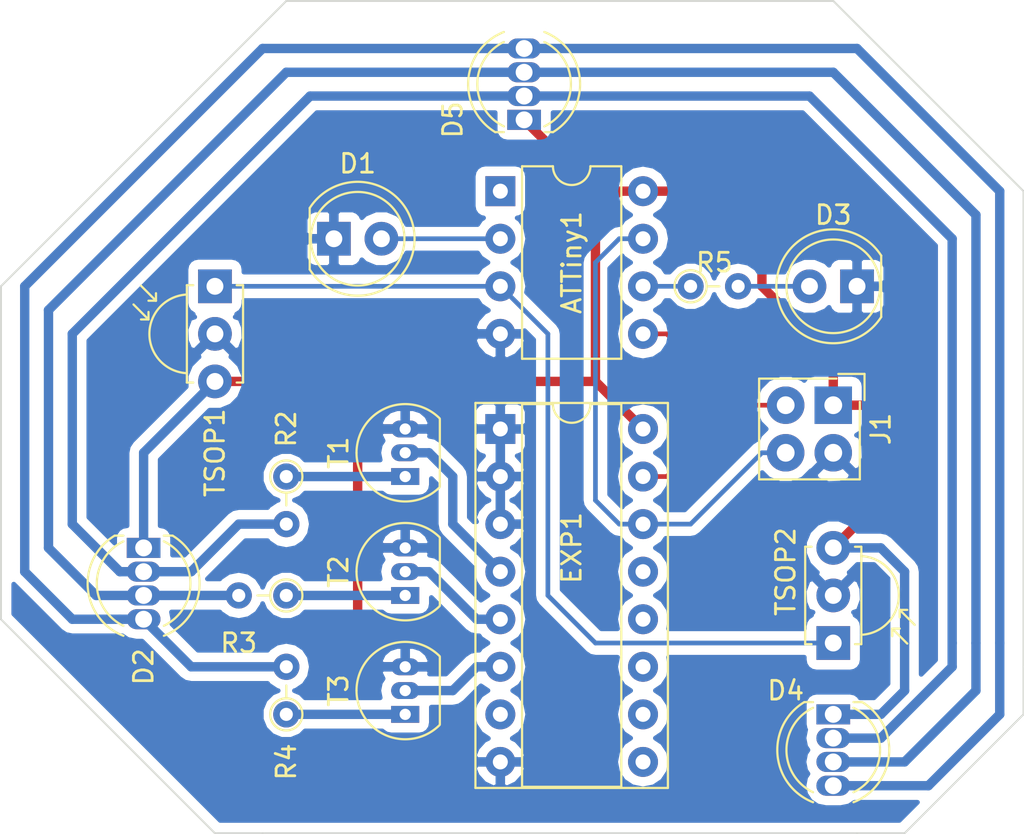
<source format=kicad_pcb>
(kicad_pcb (version 4) (host pcbnew 4.0.7-e2-6376~58~ubuntu16.04.1)

  (general
    (links 43)
    (no_connects 0)
    (area 76.149999 83.769999 130.860001 128.320001)
    (thickness 1.6)
    (drawings 11)
    (tracks 109)
    (zones 0)
    (modules 17)
    (nets 25)
  )

  (page A4)
  (layers
    (0 F.Cu signal)
    (31 B.Cu signal)
    (32 B.Adhes user hide)
    (33 F.Adhes user hide)
    (34 B.Paste user hide)
    (35 F.Paste user hide)
    (36 B.SilkS user)
    (37 F.SilkS user)
    (38 B.Mask user)
    (39 F.Mask user)
    (40 Dwgs.User user hide)
    (41 Cmts.User user hide)
    (42 Eco1.User user hide)
    (43 Eco2.User user hide)
    (44 Edge.Cuts user)
    (45 Margin user hide)
    (46 B.CrtYd user hide)
    (47 F.CrtYd user hide)
    (48 B.Fab user hide)
    (49 F.Fab user hide)
  )

  (setup
    (last_trace_width 0.5)
    (trace_clearance 0.2)
    (zone_clearance 0.508)
    (zone_45_only no)
    (trace_min 0.2)
    (segment_width 0.2)
    (edge_width 0.1)
    (via_size 0.6)
    (via_drill 0.4)
    (via_min_size 0.4)
    (via_min_drill 0.3)
    (uvia_size 0.3)
    (uvia_drill 0.1)
    (uvias_allowed no)
    (uvia_min_size 0.3)
    (uvia_min_drill 0.1)
    (pcb_text_width 0.3)
    (pcb_text_size 1.5 1.5)
    (mod_edge_width 0.15)
    (mod_text_size 1 1)
    (mod_text_width 0.15)
    (pad_size 1.5 1.5)
    (pad_drill 0.6)
    (pad_to_mask_clearance 0)
    (aux_axis_origin 0 0)
    (visible_elements FFFFFE7F)
    (pcbplotparams
      (layerselection 0x010f0_80000001)
      (usegerberextensions false)
      (usegerberattributes true)
      (excludeedgelayer false)
      (linewidth 0.100000)
      (plotframeref false)
      (viasonmask false)
      (mode 1)
      (useauxorigin true)
      (hpglpennumber 1)
      (hpglpenspeed 20)
      (hpglpendiameter 15)
      (hpglpenoverlay 2)
      (psnegative false)
      (psa4output false)
      (plotreference true)
      (plotvalue true)
      (plotinvisibletext false)
      (padsonsilk false)
      (subtractmaskfromsilk false)
      (outputformat 1)
      (mirror false)
      (drillshape 0)
      (scaleselection 1)
      (outputdirectory receiver_output/))
  )

  (net 0 "")
  (net 1 "Net-(ATTiny1-Pad1)")
  (net 2 "Net-(ATTiny1-Pad5)")
  (net 3 "Net-(ATTiny1-Pad2)")
  (net 4 "Net-(ATTiny1-Pad6)")
  (net 5 "Net-(ATTiny1-Pad3)")
  (net 6 "Net-(ATTiny1-Pad7)")
  (net 7 GND)
  (net 8 +5V)
  (net 9 "Net-(D2-Pad2)")
  (net 10 "Net-(D2-Pad3)")
  (net 11 "Net-(D2-Pad4)")
  (net 12 "Net-(EXP1-Pad9)")
  (net 13 "Net-(EXP1-Pad10)")
  (net 14 "Net-(EXP1-Pad11)")
  (net 15 "Net-(EXP1-Pad4)")
  (net 16 "Net-(EXP1-Pad12)")
  (net 17 "Net-(EXP1-Pad5)")
  (net 18 "Net-(EXP1-Pad13)")
  (net 19 "Net-(EXP1-Pad6)")
  (net 20 "Net-(EXP1-Pad7)")
  (net 21 "Net-(R2-Pad1)")
  (net 22 "Net-(R3-Pad1)")
  (net 23 "Net-(R4-Pad1)")
  (net 24 "Net-(D3-Pad2)")

  (net_class Default "This is the default net class."
    (clearance 0.2)
    (trace_width 0.5)
    (via_dia 0.6)
    (via_drill 0.4)
    (uvia_dia 0.3)
    (uvia_drill 0.1)
    (add_net +5V)
    (add_net GND)
    (add_net "Net-(ATTiny1-Pad1)")
    (add_net "Net-(ATTiny1-Pad2)")
    (add_net "Net-(ATTiny1-Pad3)")
    (add_net "Net-(ATTiny1-Pad5)")
    (add_net "Net-(ATTiny1-Pad6)")
    (add_net "Net-(ATTiny1-Pad7)")
    (add_net "Net-(D2-Pad2)")
    (add_net "Net-(D2-Pad3)")
    (add_net "Net-(D2-Pad4)")
    (add_net "Net-(D3-Pad2)")
    (add_net "Net-(EXP1-Pad10)")
    (add_net "Net-(EXP1-Pad11)")
    (add_net "Net-(EXP1-Pad12)")
    (add_net "Net-(EXP1-Pad13)")
    (add_net "Net-(EXP1-Pad4)")
    (add_net "Net-(EXP1-Pad5)")
    (add_net "Net-(EXP1-Pad6)")
    (add_net "Net-(EXP1-Pad7)")
    (add_net "Net-(EXP1-Pad9)")
    (add_net "Net-(R2-Pad1)")
    (add_net "Net-(R3-Pad1)")
    (add_net "Net-(R4-Pad1)")
  )

  (module Housings_DIP:DIP-8_W7.62mm (layer F.Cu) (tedit 5A3D0554) (tstamp 5A3C045E)
    (at 102.87 93.98)
    (descr "8-lead though-hole mounted DIP package, row spacing 7.62 mm (300 mils)")
    (tags "THT DIP DIL PDIP 2.54mm 7.62mm 300mil")
    (path /592B2C30)
    (fp_text reference ATTiny1 (at 3.81 3.81 90) (layer F.SilkS)
      (effects (font (size 1 1) (thickness 0.15)))
    )
    (fp_text value ATTINY45-20PU (at -2.54 3.81 90) (layer F.Fab)
      (effects (font (size 1 1) (thickness 0.15)))
    )
    (fp_arc (start 3.81 -1.33) (end 2.81 -1.33) (angle -180) (layer F.SilkS) (width 0.12))
    (fp_line (start 1.635 -1.27) (end 6.985 -1.27) (layer F.Fab) (width 0.1))
    (fp_line (start 6.985 -1.27) (end 6.985 8.89) (layer F.Fab) (width 0.1))
    (fp_line (start 6.985 8.89) (end 0.635 8.89) (layer F.Fab) (width 0.1))
    (fp_line (start 0.635 8.89) (end 0.635 -0.27) (layer F.Fab) (width 0.1))
    (fp_line (start 0.635 -0.27) (end 1.635 -1.27) (layer F.Fab) (width 0.1))
    (fp_line (start 2.81 -1.33) (end 1.16 -1.33) (layer F.SilkS) (width 0.12))
    (fp_line (start 1.16 -1.33) (end 1.16 8.95) (layer F.SilkS) (width 0.12))
    (fp_line (start 1.16 8.95) (end 6.46 8.95) (layer F.SilkS) (width 0.12))
    (fp_line (start 6.46 8.95) (end 6.46 -1.33) (layer F.SilkS) (width 0.12))
    (fp_line (start 6.46 -1.33) (end 4.81 -1.33) (layer F.SilkS) (width 0.12))
    (fp_line (start -1.1 -1.55) (end -1.1 9.15) (layer F.CrtYd) (width 0.05))
    (fp_line (start -1.1 9.15) (end 8.7 9.15) (layer F.CrtYd) (width 0.05))
    (fp_line (start 8.7 9.15) (end 8.7 -1.55) (layer F.CrtYd) (width 0.05))
    (fp_line (start 8.7 -1.55) (end -1.1 -1.55) (layer F.CrtYd) (width 0.05))
    (fp_text user %R (at 3.81 3.81 90) (layer F.Fab)
      (effects (font (size 1 1) (thickness 0.15)))
    )
    (pad 1 thru_hole rect (at 0 0) (size 1.6 1.6) (drill 0.8) (layers *.Cu *.Mask)
      (net 1 "Net-(ATTiny1-Pad1)"))
    (pad 5 thru_hole oval (at 7.62 7.62) (size 1.6 1.6) (drill 0.8) (layers *.Cu *.Mask)
      (net 2 "Net-(ATTiny1-Pad5)"))
    (pad 2 thru_hole oval (at 0 2.54) (size 1.6 1.6) (drill 0.8) (layers *.Cu *.Mask)
      (net 3 "Net-(ATTiny1-Pad2)"))
    (pad 6 thru_hole oval (at 7.62 5.08) (size 1.6 1.6) (drill 0.8) (layers *.Cu *.Mask)
      (net 4 "Net-(ATTiny1-Pad6)"))
    (pad 3 thru_hole oval (at 0 5.08) (size 1.6 1.6) (drill 0.8) (layers *.Cu *.Mask)
      (net 5 "Net-(ATTiny1-Pad3)"))
    (pad 7 thru_hole oval (at 7.62 2.54) (size 1.6 1.6) (drill 0.8) (layers *.Cu *.Mask)
      (net 6 "Net-(ATTiny1-Pad7)"))
    (pad 4 thru_hole oval (at 0 7.62) (size 1.6 1.6) (drill 0.8) (layers *.Cu *.Mask)
      (net 7 GND))
    (pad 8 thru_hole oval (at 7.62 0) (size 1.6 1.6) (drill 0.8) (layers *.Cu *.Mask)
      (net 8 +5V))
    (model ${KISYS3DMOD}/Housings_DIP.3dshapes/DIP-8_W7.62mm.wrl
      (at (xyz 0 0 0))
      (scale (xyz 1 1 1))
      (rotate (xyz 0 0 0))
    )
  )

  (module LEDs:LED_D5.0mm_FlatTop (layer F.Cu) (tedit 5880A862) (tstamp 5A3C0464)
    (at 93.98 96.52)
    (descr "LED, Round, FlatTop, diameter 5.0mm, 2 pins, http://www.kingbright.com/attachments/file/psearch/000/00/00/L-483GDT(Ver.15B).pdf")
    (tags "LED Round FlatTop diameter 5.0mm 2 pins")
    (path /592B3E1B)
    (fp_text reference D1 (at 1.27 -4.01) (layer F.SilkS)
      (effects (font (size 1 1) (thickness 0.15)))
    )
    (fp_text value LED (at 1.27 4.01) (layer F.Fab)
      (effects (font (size 1 1) (thickness 0.15)))
    )
    (fp_arc (start 1.27 0) (end -1.23 -1.566046) (angle 295.9) (layer F.Fab) (width 0.1))
    (fp_arc (start 1.27 0) (end -1.29 -1.639512) (angle 147.4) (layer F.SilkS) (width 0.12))
    (fp_arc (start 1.27 0) (end -1.29 1.639512) (angle -147.4) (layer F.SilkS) (width 0.12))
    (fp_circle (center 1.27 0) (end 3.77 0) (layer F.Fab) (width 0.1))
    (fp_circle (center 1.27 0) (end 3.77 0) (layer F.SilkS) (width 0.12))
    (fp_line (start -1.23 -1.566046) (end -1.23 1.566046) (layer F.Fab) (width 0.1))
    (fp_line (start -1.29 -1.64) (end -1.29 1.64) (layer F.SilkS) (width 0.12))
    (fp_line (start -2 -3.3) (end -2 3.3) (layer F.CrtYd) (width 0.05))
    (fp_line (start -2 3.3) (end 4.55 3.3) (layer F.CrtYd) (width 0.05))
    (fp_line (start 4.55 3.3) (end 4.55 -3.3) (layer F.CrtYd) (width 0.05))
    (fp_line (start 4.55 -3.3) (end -2 -3.3) (layer F.CrtYd) (width 0.05))
    (pad 1 thru_hole rect (at 0 0) (size 1.8 1.8) (drill 0.9) (layers *.Cu *.Mask)
      (net 7 GND))
    (pad 2 thru_hole circle (at 2.54 0) (size 1.8 1.8) (drill 0.9) (layers *.Cu *.Mask)
      (net 3 "Net-(ATTiny1-Pad2)"))
    (model ${KISYS3DMOD}/LEDs.3dshapes/LED_D5.0mm_FlatTop.wrl
      (at (xyz 0 0 0))
      (scale (xyz 0.393701 0.393701 0.393701))
      (rotate (xyz 0 0 0))
    )
  )

  (module LEDs:LED_D5.0mm-4 (layer F.Cu) (tedit 5A3D0529) (tstamp 5A3C046C)
    (at 83.82 113.03 270)
    (descr "LED, diameter 5.0mm, 2 pins, diameter 5.0mm, 3 pins, diameter 5.0mm, 4 pins, http://www.kingbright.com/attachments/file/psearch/000/00/00/L-154A4SUREQBFZGEW(Ver.9A).pdf")
    (tags "LED diameter 5.0mm 2 pins diameter 5.0mm 3 pins diameter 5.0mm 4 pins")
    (path /592B2DE1)
    (fp_text reference D2 (at 6.35 0 270) (layer F.SilkS)
      (effects (font (size 1 1) (thickness 0.15)))
    )
    (fp_text value LED_ARGB (at 1.905 3.96 270) (layer F.Fab)
      (effects (font (size 1 1) (thickness 0.15)))
    )
    (fp_arc (start 1.905 0) (end -0.595 -1.469694) (angle 299.1) (layer F.Fab) (width 0.1))
    (fp_arc (start 1.905 0) (end -0.655 -1.54483) (angle 127.7) (layer F.SilkS) (width 0.12))
    (fp_arc (start 1.905 0) (end -0.655 1.54483) (angle -127.7) (layer F.SilkS) (width 0.12))
    (fp_arc (start 1.905 0) (end -0.349684 -1.08) (angle 128.8) (layer F.SilkS) (width 0.12))
    (fp_arc (start 1.905 0) (end -0.349684 1.08) (angle -128.8) (layer F.SilkS) (width 0.12))
    (fp_circle (center 1.905 0) (end 4.405 0) (layer F.Fab) (width 0.1))
    (fp_line (start -0.595 -1.469694) (end -0.595 1.469694) (layer F.Fab) (width 0.1))
    (fp_line (start -0.655 -1.545) (end -0.655 -1.08) (layer F.SilkS) (width 0.12))
    (fp_line (start -0.655 1.08) (end -0.655 1.545) (layer F.SilkS) (width 0.12))
    (fp_line (start -1.35 -3.25) (end -1.35 3.25) (layer F.CrtYd) (width 0.05))
    (fp_line (start -1.35 3.25) (end 5.15 3.25) (layer F.CrtYd) (width 0.05))
    (fp_line (start 5.15 3.25) (end 5.15 -3.25) (layer F.CrtYd) (width 0.05))
    (fp_line (start 5.15 -3.25) (end -1.35 -3.25) (layer F.CrtYd) (width 0.05))
    (pad 1 thru_hole rect (at 0 0 270) (size 1.07 1.8) (drill 0.9) (layers *.Cu *.Mask)
      (net 8 +5V))
    (pad 2 thru_hole oval (at 1.27 0 270) (size 1.07 1.8) (drill 0.9) (layers *.Cu *.Mask)
      (net 9 "Net-(D2-Pad2)"))
    (pad 3 thru_hole oval (at 2.54 0 270) (size 1.07 1.8) (drill 0.9) (layers *.Cu *.Mask)
      (net 10 "Net-(D2-Pad3)"))
    (pad 4 thru_hole oval (at 3.81 0 270) (size 1.07 1.8) (drill 0.9) (layers *.Cu *.Mask)
      (net 11 "Net-(D2-Pad4)"))
    (model ${KISYS3DMOD}/LEDs.3dshapes/LED_D5.0mm-4.wrl
      (at (xyz 0 0 0))
      (scale (xyz 0.393701 0.393701 0.393701))
      (rotate (xyz 0 0 0))
    )
  )

  (module LEDs:LED_D5.0mm_FlatTop (layer F.Cu) (tedit 5A3C1BDF) (tstamp 5A3C0472)
    (at 121.92 99.06 180)
    (descr "LED, Round, FlatTop, diameter 5.0mm, 2 pins, http://www.kingbright.com/attachments/file/psearch/000/00/00/L-483GDT(Ver.15B).pdf")
    (tags "LED Round FlatTop diameter 5.0mm 2 pins")
    (path /592BBCD0)
    (fp_text reference D3 (at 1.27 3.81 180) (layer F.SilkS)
      (effects (font (size 1 1) (thickness 0.15)))
    )
    (fp_text value CQY99 (at -2.54 0 270) (layer F.Fab)
      (effects (font (size 1 1) (thickness 0.15)))
    )
    (fp_arc (start 1.27 0) (end -1.23 -1.566046) (angle 295.9) (layer F.Fab) (width 0.1))
    (fp_arc (start 1.27 0) (end -1.29 -1.639512) (angle 147.4) (layer F.SilkS) (width 0.12))
    (fp_arc (start 1.27 0) (end -1.29 1.639512) (angle -147.4) (layer F.SilkS) (width 0.12))
    (fp_circle (center 1.27 0) (end 3.77 0) (layer F.Fab) (width 0.1))
    (fp_circle (center 1.27 0) (end 3.77 0) (layer F.SilkS) (width 0.12))
    (fp_line (start -1.23 -1.566046) (end -1.23 1.566046) (layer F.Fab) (width 0.1))
    (fp_line (start -1.29 -1.64) (end -1.29 1.64) (layer F.SilkS) (width 0.12))
    (fp_line (start -2 -3.3) (end -2 3.3) (layer F.CrtYd) (width 0.05))
    (fp_line (start -2 3.3) (end 4.55 3.3) (layer F.CrtYd) (width 0.05))
    (fp_line (start 4.55 3.3) (end 4.55 -3.3) (layer F.CrtYd) (width 0.05))
    (fp_line (start 4.55 -3.3) (end -2 -3.3) (layer F.CrtYd) (width 0.05))
    (pad 1 thru_hole rect (at 0 0 180) (size 1.8 1.8) (drill 0.9) (layers *.Cu *.Mask)
      (net 7 GND))
    (pad 2 thru_hole circle (at 2.54 0 180) (size 1.8 1.8) (drill 0.9) (layers *.Cu *.Mask)
      (net 24 "Net-(D3-Pad2)"))
    (model ${KISYS3DMOD}/LEDs.3dshapes/LED_D5.0mm_FlatTop.wrl
      (at (xyz 0 0 0))
      (scale (xyz 0.393701 0.393701 0.393701))
      (rotate (xyz 0 0 0))
    )
  )

  (module Housings_DIP:DIP-16_W7.62mm_Socket (layer F.Cu) (tedit 5A3D055E) (tstamp 5A3C0486)
    (at 102.87 106.68)
    (descr "16-lead though-hole mounted DIP package, row spacing 7.62 mm (300 mils), Socket")
    (tags "THT DIP DIL PDIP 2.54mm 7.62mm 300mil Socket")
    (path /592B30FB)
    (fp_text reference EXP1 (at 3.81 6.35 90) (layer F.SilkS)
      (effects (font (size 1 1) (thickness 0.15)))
    )
    (fp_text value PCF8574A (at 3.81 20.11) (layer F.Fab)
      (effects (font (size 1 1) (thickness 0.15)))
    )
    (fp_arc (start 3.81 -1.33) (end 2.81 -1.33) (angle -180) (layer F.SilkS) (width 0.12))
    (fp_line (start 1.635 -1.27) (end 6.985 -1.27) (layer F.Fab) (width 0.1))
    (fp_line (start 6.985 -1.27) (end 6.985 19.05) (layer F.Fab) (width 0.1))
    (fp_line (start 6.985 19.05) (end 0.635 19.05) (layer F.Fab) (width 0.1))
    (fp_line (start 0.635 19.05) (end 0.635 -0.27) (layer F.Fab) (width 0.1))
    (fp_line (start 0.635 -0.27) (end 1.635 -1.27) (layer F.Fab) (width 0.1))
    (fp_line (start -1.27 -1.33) (end -1.27 19.11) (layer F.Fab) (width 0.1))
    (fp_line (start -1.27 19.11) (end 8.89 19.11) (layer F.Fab) (width 0.1))
    (fp_line (start 8.89 19.11) (end 8.89 -1.33) (layer F.Fab) (width 0.1))
    (fp_line (start 8.89 -1.33) (end -1.27 -1.33) (layer F.Fab) (width 0.1))
    (fp_line (start 2.81 -1.33) (end 1.16 -1.33) (layer F.SilkS) (width 0.12))
    (fp_line (start 1.16 -1.33) (end 1.16 19.11) (layer F.SilkS) (width 0.12))
    (fp_line (start 1.16 19.11) (end 6.46 19.11) (layer F.SilkS) (width 0.12))
    (fp_line (start 6.46 19.11) (end 6.46 -1.33) (layer F.SilkS) (width 0.12))
    (fp_line (start 6.46 -1.33) (end 4.81 -1.33) (layer F.SilkS) (width 0.12))
    (fp_line (start -1.33 -1.39) (end -1.33 19.17) (layer F.SilkS) (width 0.12))
    (fp_line (start -1.33 19.17) (end 8.95 19.17) (layer F.SilkS) (width 0.12))
    (fp_line (start 8.95 19.17) (end 8.95 -1.39) (layer F.SilkS) (width 0.12))
    (fp_line (start 8.95 -1.39) (end -1.33 -1.39) (layer F.SilkS) (width 0.12))
    (fp_line (start -1.55 -1.6) (end -1.55 19.4) (layer F.CrtYd) (width 0.05))
    (fp_line (start -1.55 19.4) (end 9.15 19.4) (layer F.CrtYd) (width 0.05))
    (fp_line (start 9.15 19.4) (end 9.15 -1.6) (layer F.CrtYd) (width 0.05))
    (fp_line (start 9.15 -1.6) (end -1.55 -1.6) (layer F.CrtYd) (width 0.05))
    (pad 1 thru_hole rect (at 0 0) (size 1.6 1.6) (drill 0.8) (layers *.Cu *.Mask)
      (net 7 GND))
    (pad 9 thru_hole oval (at 7.62 17.78) (size 1.6 1.6) (drill 0.8) (layers *.Cu *.Mask)
      (net 12 "Net-(EXP1-Pad9)"))
    (pad 2 thru_hole oval (at 0 2.54) (size 1.6 1.6) (drill 0.8) (layers *.Cu *.Mask)
      (net 7 GND))
    (pad 10 thru_hole oval (at 7.62 15.24) (size 1.6 1.6) (drill 0.8) (layers *.Cu *.Mask)
      (net 13 "Net-(EXP1-Pad10)"))
    (pad 3 thru_hole oval (at 0 5.08) (size 1.6 1.6) (drill 0.8) (layers *.Cu *.Mask)
      (net 7 GND))
    (pad 11 thru_hole oval (at 7.62 12.7) (size 1.6 1.6) (drill 0.8) (layers *.Cu *.Mask)
      (net 14 "Net-(EXP1-Pad11)"))
    (pad 4 thru_hole oval (at 0 7.62) (size 1.6 1.6) (drill 0.8) (layers *.Cu *.Mask)
      (net 15 "Net-(EXP1-Pad4)"))
    (pad 12 thru_hole oval (at 7.62 10.16) (size 1.6 1.6) (drill 0.8) (layers *.Cu *.Mask)
      (net 16 "Net-(EXP1-Pad12)"))
    (pad 5 thru_hole oval (at 0 10.16) (size 1.6 1.6) (drill 0.8) (layers *.Cu *.Mask)
      (net 17 "Net-(EXP1-Pad5)"))
    (pad 13 thru_hole oval (at 7.62 7.62) (size 1.6 1.6) (drill 0.8) (layers *.Cu *.Mask)
      (net 18 "Net-(EXP1-Pad13)"))
    (pad 6 thru_hole oval (at 0 12.7) (size 1.6 1.6) (drill 0.8) (layers *.Cu *.Mask)
      (net 19 "Net-(EXP1-Pad6)"))
    (pad 14 thru_hole oval (at 7.62 5.08) (size 1.6 1.6) (drill 0.8) (layers *.Cu *.Mask)
      (net 6 "Net-(ATTiny1-Pad7)"))
    (pad 7 thru_hole oval (at 0 15.24) (size 1.6 1.6) (drill 0.8) (layers *.Cu *.Mask)
      (net 20 "Net-(EXP1-Pad7)"))
    (pad 15 thru_hole oval (at 7.62 2.54) (size 1.6 1.6) (drill 0.8) (layers *.Cu *.Mask)
      (net 2 "Net-(ATTiny1-Pad5)"))
    (pad 8 thru_hole oval (at 0 17.78) (size 1.6 1.6) (drill 0.8) (layers *.Cu *.Mask)
      (net 7 GND))
    (pad 16 thru_hole oval (at 7.62 0) (size 1.6 1.6) (drill 0.8) (layers *.Cu *.Mask)
      (net 8 +5V))
    (model ${KISYS3DMOD}/Housings_DIP.3dshapes/DIP-16_W7.62mm_Socket.wrl
      (at (xyz 0 0 0))
      (scale (xyz 1 1 1))
      (rotate (xyz 0 0 0))
    )
  )

  (module Connectors_Samtec:SDL-104-X-XX_2x02 (layer F.Cu) (tedit 5A3C1BE9) (tstamp 5A3C048E)
    (at 120.65 105.41 270)
    (descr "Double row, low profile, screw machine socket strip, through hole, 100mil / 2.54mm pitch")
    (tags "samtec socket strip tht dual")
    (path /592BCE6C)
    (fp_text reference J1 (at 1.27 -2.54 450) (layer F.SilkS)
      (effects (font (size 1 1) (thickness 0.15)))
    )
    (fp_text value I2C_ToTagger (at 4.81 1.27 360) (layer F.Fab)
      (effects (font (size 1 1) (thickness 0.15)))
    )
    (fp_line (start -0.17 -1.42) (end 3.96 -1.42) (layer F.SilkS) (width 0.12))
    (fp_line (start 3.96 -1.42) (end 3.96 3.96) (layer F.SilkS) (width 0.12))
    (fp_line (start 3.96 3.96) (end -1.42 3.96) (layer F.SilkS) (width 0.12))
    (fp_line (start -1.42 3.96) (end -1.42 -0.17) (layer F.SilkS) (width 0.12))
    (fp_line (start -0.27 -1.67) (end -1.67 -1.67) (layer F.SilkS) (width 0.12))
    (fp_line (start -1.67 -1.67) (end -1.67 -0.27) (layer F.SilkS) (width 0.12))
    (fp_line (start -0.27 -1.67) (end -1.67 -1.67) (layer F.Fab) (width 0.1))
    (fp_line (start -1.67 -1.67) (end -1.67 -0.27) (layer F.Fab) (width 0.1))
    (fp_line (start -1.27 -1.27) (end -1.27 3.81) (layer F.Fab) (width 0.1))
    (fp_line (start -1.27 3.81) (end 3.81 3.81) (layer F.Fab) (width 0.1))
    (fp_line (start 3.81 3.81) (end 3.81 -1.27) (layer F.Fab) (width 0.1))
    (fp_line (start 3.81 -1.27) (end -1.27 -1.27) (layer F.Fab) (width 0.1))
    (fp_line (start -1.77 -1.77) (end -1.77 4.31) (layer F.CrtYd) (width 0.05))
    (fp_line (start -1.77 4.31) (end 4.31 4.31) (layer F.CrtYd) (width 0.05))
    (fp_line (start 4.31 4.31) (end 4.31 -1.77) (layer F.CrtYd) (width 0.05))
    (fp_line (start 4.31 -1.77) (end -1.77 -1.77) (layer F.CrtYd) (width 0.05))
    (fp_line (start -1.27 1.27) (end -1.07 1.27) (layer F.Fab) (width 0.1))
    (fp_line (start 3.81 1.27) (end 3.61 1.27) (layer F.Fab) (width 0.1))
    (fp_line (start -1.27 3.81) (end -1.07 3.81) (layer F.Fab) (width 0.1))
    (fp_line (start 3.81 3.81) (end 3.61 3.81) (layer F.Fab) (width 0.1))
    (fp_text user %R (at 1.27 -2.54 450) (layer F.Fab)
      (effects (font (size 1 1) (thickness 0.15)))
    )
    (pad 1 thru_hole rect (at 0 0 270) (size 2 2) (drill 0.95) (layers *.Cu *.Mask)
      (net 8 +5V))
    (pad 3 thru_hole circle (at 0 2.54 270) (size 2 2) (drill 0.95) (layers *.Cu *.Mask)
      (net 2 "Net-(ATTiny1-Pad5)"))
    (pad 2 thru_hole circle (at 2.54 0 270) (size 2 2) (drill 0.95) (layers *.Cu *.Mask)
      (net 7 GND))
    (pad 4 thru_hole circle (at 2.54 2.54 270) (size 2 2) (drill 0.95) (layers *.Cu *.Mask)
      (net 6 "Net-(ATTiny1-Pad7)"))
    (model ${KISYS3DMOD}/Connectors_Samtec.3dshapes/SDL-104-X-XX_2x02.wrl
      (at (xyz 0 0 0))
      (scale (xyz 1 1 1))
      (rotate (xyz 0 0 0))
    )
  )

  (module Resistors_THT:R_Axial_DIN0204_L3.6mm_D1.6mm_P2.54mm_Vertical (layer F.Cu) (tedit 5A3C190A) (tstamp 5A3C049A)
    (at 91.44 109.22 270)
    (descr "Resistor, Axial_DIN0204 series, Axial, Vertical, pin pitch=2.54mm, 0.16666666666666666W = 1/6W, length*diameter=3.6*1.6mm^2, http://cdn-reichelt.de/documents/datenblatt/B400/1_4W%23YAG.pdf")
    (tags "Resistor Axial_DIN0204 series Axial Vertical pin pitch 2.54mm 0.16666666666666666W = 1/6W length 3.6mm diameter 1.6mm")
    (path /592BC8F0)
    (fp_text reference R2 (at -2.54 0 270) (layer F.SilkS)
      (effects (font (size 1 1) (thickness 0.15)))
    )
    (fp_text value R2 (at -2.54 0 270) (layer F.Fab)
      (effects (font (size 1 1) (thickness 0.15)))
    )
    (fp_circle (center 0 0) (end 0.8 0) (layer F.Fab) (width 0.1))
    (fp_circle (center 0 0) (end 0.86 0) (layer F.SilkS) (width 0.12))
    (fp_line (start 0 0) (end 2.54 0) (layer F.Fab) (width 0.1))
    (fp_line (start 0.86 0) (end 1.54 0) (layer F.SilkS) (width 0.12))
    (fp_line (start -1.15 -1.15) (end -1.15 1.15) (layer F.CrtYd) (width 0.05))
    (fp_line (start -1.15 1.15) (end 3.55 1.15) (layer F.CrtYd) (width 0.05))
    (fp_line (start 3.55 1.15) (end 3.55 -1.15) (layer F.CrtYd) (width 0.05))
    (fp_line (start 3.55 -1.15) (end -1.15 -1.15) (layer F.CrtYd) (width 0.05))
    (pad 1 thru_hole circle (at 0 0 270) (size 1.4 1.4) (drill 0.7) (layers *.Cu *.Mask)
      (net 21 "Net-(R2-Pad1)"))
    (pad 2 thru_hole oval (at 2.54 0 270) (size 1.4 1.4) (drill 0.7) (layers *.Cu *.Mask)
      (net 9 "Net-(D2-Pad2)"))
    (model ${KISYS3DMOD}/Resistors_THT.3dshapes/R_Axial_DIN0204_L3.6mm_D1.6mm_P2.54mm_Vertical.wrl
      (at (xyz 0 0 0))
      (scale (xyz 0.393701 0.393701 0.393701))
      (rotate (xyz 0 0 0))
    )
  )

  (module Resistors_THT:R_Axial_DIN0204_L3.6mm_D1.6mm_P2.54mm_Vertical (layer F.Cu) (tedit 5A3C1917) (tstamp 5A3C04A0)
    (at 91.44 115.57 180)
    (descr "Resistor, Axial_DIN0204 series, Axial, Vertical, pin pitch=2.54mm, 0.16666666666666666W = 1/6W, length*diameter=3.6*1.6mm^2, http://cdn-reichelt.de/documents/datenblatt/B400/1_4W%23YAG.pdf")
    (tags "Resistor Axial_DIN0204 series Axial Vertical pin pitch 2.54mm 0.16666666666666666W = 1/6W length 3.6mm diameter 1.6mm")
    (path /592BC921)
    (fp_text reference R3 (at 2.54 -2.54 180) (layer F.SilkS)
      (effects (font (size 1 1) (thickness 0.15)))
    )
    (fp_text value R3 (at 2.54 -2.54 180) (layer F.Fab)
      (effects (font (size 1 1) (thickness 0.15)))
    )
    (fp_circle (center 0 0) (end 0.8 0) (layer F.Fab) (width 0.1))
    (fp_circle (center 0 0) (end 0.86 0) (layer F.SilkS) (width 0.12))
    (fp_line (start 0 0) (end 2.54 0) (layer F.Fab) (width 0.1))
    (fp_line (start 0.86 0) (end 1.54 0) (layer F.SilkS) (width 0.12))
    (fp_line (start -1.15 -1.15) (end -1.15 1.15) (layer F.CrtYd) (width 0.05))
    (fp_line (start -1.15 1.15) (end 3.55 1.15) (layer F.CrtYd) (width 0.05))
    (fp_line (start 3.55 1.15) (end 3.55 -1.15) (layer F.CrtYd) (width 0.05))
    (fp_line (start 3.55 -1.15) (end -1.15 -1.15) (layer F.CrtYd) (width 0.05))
    (pad 1 thru_hole circle (at 0 0 180) (size 1.4 1.4) (drill 0.7) (layers *.Cu *.Mask)
      (net 22 "Net-(R3-Pad1)"))
    (pad 2 thru_hole oval (at 2.54 0 180) (size 1.4 1.4) (drill 0.7) (layers *.Cu *.Mask)
      (net 10 "Net-(D2-Pad3)"))
    (model ${KISYS3DMOD}/Resistors_THT.3dshapes/R_Axial_DIN0204_L3.6mm_D1.6mm_P2.54mm_Vertical.wrl
      (at (xyz 0 0 0))
      (scale (xyz 0.393701 0.393701 0.393701))
      (rotate (xyz 0 0 0))
    )
  )

  (module Resistors_THT:R_Axial_DIN0204_L3.6mm_D1.6mm_P2.54mm_Vertical (layer F.Cu) (tedit 5A3C192A) (tstamp 5A3C04A6)
    (at 91.44 121.92 90)
    (descr "Resistor, Axial_DIN0204 series, Axial, Vertical, pin pitch=2.54mm, 0.16666666666666666W = 1/6W, length*diameter=3.6*1.6mm^2, http://cdn-reichelt.de/documents/datenblatt/B400/1_4W%23YAG.pdf")
    (tags "Resistor Axial_DIN0204 series Axial Vertical pin pitch 2.54mm 0.16666666666666666W = 1/6W length 3.6mm diameter 1.6mm")
    (path /592BC94E)
    (fp_text reference R4 (at -2.54 0 90) (layer F.SilkS)
      (effects (font (size 1 1) (thickness 0.15)))
    )
    (fp_text value R4 (at -2.54 0 90) (layer F.Fab)
      (effects (font (size 1 1) (thickness 0.15)))
    )
    (fp_circle (center 0 0) (end 0.8 0) (layer F.Fab) (width 0.1))
    (fp_circle (center 0 0) (end 0.86 0) (layer F.SilkS) (width 0.12))
    (fp_line (start 0 0) (end 2.54 0) (layer F.Fab) (width 0.1))
    (fp_line (start 0.86 0) (end 1.54 0) (layer F.SilkS) (width 0.12))
    (fp_line (start -1.15 -1.15) (end -1.15 1.15) (layer F.CrtYd) (width 0.05))
    (fp_line (start -1.15 1.15) (end 3.55 1.15) (layer F.CrtYd) (width 0.05))
    (fp_line (start 3.55 1.15) (end 3.55 -1.15) (layer F.CrtYd) (width 0.05))
    (fp_line (start 3.55 -1.15) (end -1.15 -1.15) (layer F.CrtYd) (width 0.05))
    (pad 1 thru_hole circle (at 0 0 90) (size 1.4 1.4) (drill 0.7) (layers *.Cu *.Mask)
      (net 23 "Net-(R4-Pad1)"))
    (pad 2 thru_hole oval (at 2.54 0 90) (size 1.4 1.4) (drill 0.7) (layers *.Cu *.Mask)
      (net 11 "Net-(D2-Pad4)"))
    (model ${KISYS3DMOD}/Resistors_THT.3dshapes/R_Axial_DIN0204_L3.6mm_D1.6mm_P2.54mm_Vertical.wrl
      (at (xyz 0 0 0))
      (scale (xyz 0.393701 0.393701 0.393701))
      (rotate (xyz 0 0 0))
    )
  )

  (module TO_SOT_Packages_THT:TO-92_Inline_Narrow_Oval (layer F.Cu) (tedit 58CE52AF) (tstamp 5A3C04AD)
    (at 97.79 109.22 90)
    (descr "TO-92 leads in-line, narrow, oval pads, drill 0.6mm (see NXP sot054_po.pdf)")
    (tags "to-92 sc-43 sc-43a sot54 PA33 transistor")
    (path /592B3FC1)
    (fp_text reference T1 (at 1.27 -3.56 90) (layer F.SilkS)
      (effects (font (size 1 1) (thickness 0.15)))
    )
    (fp_text value BC237 (at 1.27 2.79 90) (layer F.Fab)
      (effects (font (size 1 1) (thickness 0.15)))
    )
    (fp_text user %R (at 1.27 -3.56 90) (layer F.Fab)
      (effects (font (size 1 1) (thickness 0.15)))
    )
    (fp_line (start -0.53 1.85) (end 3.07 1.85) (layer F.SilkS) (width 0.12))
    (fp_line (start -0.5 1.75) (end 3 1.75) (layer F.Fab) (width 0.1))
    (fp_line (start -1.46 -2.73) (end 4 -2.73) (layer F.CrtYd) (width 0.05))
    (fp_line (start -1.46 -2.73) (end -1.46 2.01) (layer F.CrtYd) (width 0.05))
    (fp_line (start 4 2.01) (end 4 -2.73) (layer F.CrtYd) (width 0.05))
    (fp_line (start 4 2.01) (end -1.46 2.01) (layer F.CrtYd) (width 0.05))
    (fp_arc (start 1.27 0) (end 1.27 -2.48) (angle 135) (layer F.Fab) (width 0.1))
    (fp_arc (start 1.27 0) (end 1.27 -2.6) (angle -135) (layer F.SilkS) (width 0.12))
    (fp_arc (start 1.27 0) (end 1.27 -2.48) (angle -135) (layer F.Fab) (width 0.1))
    (fp_arc (start 1.27 0) (end 1.27 -2.6) (angle 135) (layer F.SilkS) (width 0.12))
    (pad 2 thru_hole oval (at 1.27 0 270) (size 0.9 1.5) (drill 0.6) (layers *.Cu *.Mask)
      (net 15 "Net-(EXP1-Pad4)"))
    (pad 3 thru_hole oval (at 2.54 0 270) (size 0.9 1.5) (drill 0.6) (layers *.Cu *.Mask)
      (net 7 GND))
    (pad 1 thru_hole rect (at 0 0 270) (size 0.9 1.5) (drill 0.6) (layers *.Cu *.Mask)
      (net 21 "Net-(R2-Pad1)"))
    (model ${KISYS3DMOD}/TO_SOT_Packages_THT.3dshapes/TO-92_Inline_Narrow_Oval.wrl
      (at (xyz 0.05 0 0))
      (scale (xyz 1 1 1))
      (rotate (xyz 0 0 -90))
    )
  )

  (module TO_SOT_Packages_THT:TO-92_Inline_Narrow_Oval (layer F.Cu) (tedit 5A3C09B4) (tstamp 5A3C04B4)
    (at 97.79 115.57 90)
    (descr "TO-92 leads in-line, narrow, oval pads, drill 0.6mm (see NXP sot054_po.pdf)")
    (tags "to-92 sc-43 sc-43a sot54 PA33 transistor")
    (path /592B41F6)
    (fp_text reference T2 (at 1.27 -3.56 90) (layer F.SilkS)
      (effects (font (size 1 1) (thickness 0.15)))
    )
    (fp_text value BC237 (at 1.27 2.79 270) (layer F.Fab)
      (effects (font (size 1 1) (thickness 0.15)))
    )
    (fp_text user %R (at 1.27 -3.56 90) (layer F.Fab)
      (effects (font (size 1 1) (thickness 0.15)))
    )
    (fp_line (start -0.53 1.85) (end 3.07 1.85) (layer F.SilkS) (width 0.12))
    (fp_line (start -0.5 1.75) (end 3 1.75) (layer F.Fab) (width 0.1))
    (fp_line (start -1.46 -2.73) (end 4 -2.73) (layer F.CrtYd) (width 0.05))
    (fp_line (start -1.46 -2.73) (end -1.46 2.01) (layer F.CrtYd) (width 0.05))
    (fp_line (start 4 2.01) (end 4 -2.73) (layer F.CrtYd) (width 0.05))
    (fp_line (start 4 2.01) (end -1.46 2.01) (layer F.CrtYd) (width 0.05))
    (fp_arc (start 1.27 0) (end 1.27 -2.48) (angle 135) (layer F.Fab) (width 0.1))
    (fp_arc (start 1.27 0) (end 1.27 -2.6) (angle -135) (layer F.SilkS) (width 0.12))
    (fp_arc (start 1.27 0) (end 1.27 -2.48) (angle -135) (layer F.Fab) (width 0.1))
    (fp_arc (start 1.27 0) (end 1.27 -2.6) (angle 135) (layer F.SilkS) (width 0.12))
    (pad 2 thru_hole oval (at 1.27 0 270) (size 0.9 1.5) (drill 0.6) (layers *.Cu *.Mask)
      (net 17 "Net-(EXP1-Pad5)"))
    (pad 3 thru_hole oval (at 2.54 0 270) (size 0.9 1.5) (drill 0.6) (layers *.Cu *.Mask)
      (net 7 GND))
    (pad 1 thru_hole rect (at 0 0 270) (size 0.9 1.5) (drill 0.6) (layers *.Cu *.Mask)
      (net 22 "Net-(R3-Pad1)"))
    (model ${KISYS3DMOD}/TO_SOT_Packages_THT.3dshapes/TO-92_Inline_Narrow_Oval.wrl
      (at (xyz 0.05 0 0))
      (scale (xyz 1 1 1))
      (rotate (xyz 0 0 -90))
    )
  )

  (module TO_SOT_Packages_THT:TO-92_Inline_Narrow_Oval (layer F.Cu) (tedit 58CE52AF) (tstamp 5A3C04BB)
    (at 97.79 121.92 90)
    (descr "TO-92 leads in-line, narrow, oval pads, drill 0.6mm (see NXP sot054_po.pdf)")
    (tags "to-92 sc-43 sc-43a sot54 PA33 transistor")
    (path /592B428F)
    (fp_text reference T3 (at 1.27 -3.56 90) (layer F.SilkS)
      (effects (font (size 1 1) (thickness 0.15)))
    )
    (fp_text value BC237 (at 1.27 2.79 90) (layer F.Fab)
      (effects (font (size 1 1) (thickness 0.15)))
    )
    (fp_text user %R (at 1.27 -3.56 90) (layer F.Fab)
      (effects (font (size 1 1) (thickness 0.15)))
    )
    (fp_line (start -0.53 1.85) (end 3.07 1.85) (layer F.SilkS) (width 0.12))
    (fp_line (start -0.5 1.75) (end 3 1.75) (layer F.Fab) (width 0.1))
    (fp_line (start -1.46 -2.73) (end 4 -2.73) (layer F.CrtYd) (width 0.05))
    (fp_line (start -1.46 -2.73) (end -1.46 2.01) (layer F.CrtYd) (width 0.05))
    (fp_line (start 4 2.01) (end 4 -2.73) (layer F.CrtYd) (width 0.05))
    (fp_line (start 4 2.01) (end -1.46 2.01) (layer F.CrtYd) (width 0.05))
    (fp_arc (start 1.27 0) (end 1.27 -2.48) (angle 135) (layer F.Fab) (width 0.1))
    (fp_arc (start 1.27 0) (end 1.27 -2.6) (angle -135) (layer F.SilkS) (width 0.12))
    (fp_arc (start 1.27 0) (end 1.27 -2.48) (angle -135) (layer F.Fab) (width 0.1))
    (fp_arc (start 1.27 0) (end 1.27 -2.6) (angle 135) (layer F.SilkS) (width 0.12))
    (pad 2 thru_hole oval (at 1.27 0 270) (size 0.9 1.5) (drill 0.6) (layers *.Cu *.Mask)
      (net 19 "Net-(EXP1-Pad6)"))
    (pad 3 thru_hole oval (at 2.54 0 270) (size 0.9 1.5) (drill 0.6) (layers *.Cu *.Mask)
      (net 7 GND))
    (pad 1 thru_hole rect (at 0 0 270) (size 0.9 1.5) (drill 0.6) (layers *.Cu *.Mask)
      (net 23 "Net-(R4-Pad1)"))
    (model ${KISYS3DMOD}/TO_SOT_Packages_THT.3dshapes/TO-92_Inline_Narrow_Oval.wrl
      (at (xyz 0.05 0 0))
      (scale (xyz 1 1 1))
      (rotate (xyz 0 0 -90))
    )
  )

  (module Opto-Devices:IRReceiver_Vishay_MINICAST-3pin (layer F.Cu) (tedit 5A3C1C1C) (tstamp 5A3C04C2)
    (at 87.63 99.06 270)
    (descr "IR Receiver Vishay TSOP-xxxx, MINICAST package")
    (tags "IR Receiver Vishay TSOP-xxxx MINICAST")
    (path /592B3839)
    (fp_text reference TSOP1 (at 8.89 0 450) (layer F.SilkS)
      (effects (font (size 1 1) (thickness 0.15)))
    )
    (fp_text value TSOP384xx (at 2.55 -2.4 450) (layer F.Fab)
      (effects (font (size 1 1) (thickness 0.15)))
    )
    (fp_text user %R (at 8.89 0 270) (layer F.Fab)
      (effects (font (size 1 1) (thickness 0.15)))
    )
    (fp_line (start 5.14 -1.16) (end 5.14 -1.5) (layer F.SilkS) (width 0.12))
    (fp_line (start 5.14 -1.5) (end -0.06 -1.5) (layer F.SilkS) (width 0.12))
    (fp_line (start -0.06 -1.5) (end -0.06 -1.16) (layer F.SilkS) (width 0.12))
    (fp_line (start 5.14 1.16) (end 5.14 1.5) (layer F.SilkS) (width 0.12))
    (fp_line (start 5.14 1.5) (end -0.06 1.5) (layer F.SilkS) (width 0.12))
    (fp_line (start -0.06 1.5) (end -0.06 1.16) (layer F.SilkS) (width 0.12))
    (fp_line (start 0.04 -1.4) (end 5.04 -1.4) (layer F.Fab) (width 0.1))
    (fp_line (start 5.04 -1.4) (end 5.04 1.4) (layer F.Fab) (width 0.1))
    (fp_line (start 5.04 1.4) (end 0.04 1.4) (layer F.Fab) (width 0.1))
    (fp_line (start 0.04 1.4) (end 0.04 -1.4) (layer F.Fab) (width 0.1))
    (fp_line (start 0.77 3.15) (end 0.37 3.15) (layer F.SilkS) (width 0.12))
    (fp_line (start 0.77 3.15) (end 0.77 3.55) (layer F.SilkS) (width 0.12))
    (fp_line (start 0.77 3.15) (end -0.03 3.95) (layer F.SilkS) (width 0.12))
    (fp_line (start 1.77 3.55) (end 0.97 4.35) (layer F.SilkS) (width 0.12))
    (fp_line (start 1.77 3.55) (end 1.77 3.95) (layer F.SilkS) (width 0.12))
    (fp_line (start 1.77 3.55) (end 1.37 3.55) (layer F.SilkS) (width 0.12))
    (fp_line (start -1.15 -1.65) (end 6.23 -1.65) (layer F.CrtYd) (width 0.05))
    (fp_line (start -1.15 -1.65) (end -1.15 3.7) (layer F.CrtYd) (width 0.05))
    (fp_line (start 6.23 3.7) (end 6.23 -1.65) (layer F.CrtYd) (width 0.05))
    (fp_line (start 6.23 3.7) (end -1.15 3.7) (layer F.CrtYd) (width 0.05))
    (fp_arc (start 2.54 1.4) (end 4.64 1.5) (angle 174.5) (layer F.SilkS) (width 0.12))
    (fp_arc (start 2.54 1.4) (end 4.54 1.4) (angle 180) (layer F.Fab) (width 0.1))
    (pad 1 thru_hole rect (at 0 0 270) (size 1.8 1.8) (drill 0.9) (layers *.Cu *.Mask)
      (net 5 "Net-(ATTiny1-Pad3)"))
    (pad 2 thru_hole circle (at 2.54 0 270) (size 1.8 1.8) (drill 0.9) (layers *.Cu *.Mask)
      (net 7 GND))
    (pad 3 thru_hole circle (at 5.08 0 270) (size 1.8 1.8) (drill 0.9) (layers *.Cu *.Mask)
      (net 8 +5V))
    (model ${KISYS3DMOD}/Opto-Devices.3dshapes/IRReceiver_Vishay_MINICAST-3pin.wrl
      (at (xyz 0 0 0))
      (scale (xyz 1 1 1))
      (rotate (xyz 0 0 0))
    )
  )

  (module Resistors_THT:R_Axial_DIN0204_L3.6mm_D1.6mm_P2.54mm_Vertical (layer F.Cu) (tedit 5A3C1BD4) (tstamp 5A3C0C30)
    (at 113.03 99.06)
    (descr "Resistor, Axial_DIN0204 series, Axial, Vertical, pin pitch=2.54mm, 0.16666666666666666W = 1/6W, length*diameter=3.6*1.6mm^2, http://cdn-reichelt.de/documents/datenblatt/B400/1_4W%23YAG.pdf")
    (tags "Resistor Axial_DIN0204 series Axial Vertical pin pitch 2.54mm 0.16666666666666666W = 1/6W length 3.6mm diameter 1.6mm")
    (path /5A3C1A3B)
    (fp_text reference R5 (at 1.27 -1.27) (layer F.SilkS)
      (effects (font (size 1 1) (thickness 0.15)))
    )
    (fp_text value R5 (at 1.27 -1.27) (layer F.Fab)
      (effects (font (size 1 1) (thickness 0.15)))
    )
    (fp_circle (center 0 0) (end 0.8 0) (layer F.Fab) (width 0.1))
    (fp_circle (center 0 0) (end 0.86 0) (layer F.SilkS) (width 0.12))
    (fp_line (start 0 0) (end 2.54 0) (layer F.Fab) (width 0.1))
    (fp_line (start 0.86 0) (end 1.54 0) (layer F.SilkS) (width 0.12))
    (fp_line (start -1.15 -1.15) (end -1.15 1.15) (layer F.CrtYd) (width 0.05))
    (fp_line (start -1.15 1.15) (end 3.55 1.15) (layer F.CrtYd) (width 0.05))
    (fp_line (start 3.55 1.15) (end 3.55 -1.15) (layer F.CrtYd) (width 0.05))
    (fp_line (start 3.55 -1.15) (end -1.15 -1.15) (layer F.CrtYd) (width 0.05))
    (pad 1 thru_hole circle (at 0 0) (size 1.4 1.4) (drill 0.7) (layers *.Cu *.Mask)
      (net 4 "Net-(ATTiny1-Pad6)"))
    (pad 2 thru_hole oval (at 2.54 0) (size 1.4 1.4) (drill 0.7) (layers *.Cu *.Mask)
      (net 24 "Net-(D3-Pad2)"))
    (model ${KISYS3DMOD}/Resistors_THT.3dshapes/R_Axial_DIN0204_L3.6mm_D1.6mm_P2.54mm_Vertical.wrl
      (at (xyz 0 0 0))
      (scale (xyz 0.393701 0.393701 0.393701))
      (rotate (xyz 0 0 0))
    )
  )

  (module Opto-Devices:IRReceiver_Vishay_MINICAST-3pin (layer F.Cu) (tedit 5A3D0595) (tstamp 5A3C1355)
    (at 120.65 118.11 90)
    (descr "IR Receiver Vishay TSOP-xxxx, MINICAST package")
    (tags "IR Receiver Vishay TSOP-xxxx MINICAST")
    (path /5A3C159F)
    (fp_text reference TSOP2 (at 3.81 -2.54 270) (layer F.SilkS)
      (effects (font (size 1 1) (thickness 0.15)))
    )
    (fp_text value TSOP384xx (at 2.54 -3.81 270) (layer F.Fab)
      (effects (font (size 1 1) (thickness 0.15)))
    )
    (fp_text user %R (at 3.81 -2.54 90) (layer F.Fab)
      (effects (font (size 1 1) (thickness 0.15)))
    )
    (fp_line (start 5.14 -1.16) (end 5.14 -1.5) (layer F.SilkS) (width 0.12))
    (fp_line (start 5.14 -1.5) (end -0.06 -1.5) (layer F.SilkS) (width 0.12))
    (fp_line (start -0.06 -1.5) (end -0.06 -1.16) (layer F.SilkS) (width 0.12))
    (fp_line (start 5.14 1.16) (end 5.14 1.5) (layer F.SilkS) (width 0.12))
    (fp_line (start 5.14 1.5) (end -0.06 1.5) (layer F.SilkS) (width 0.12))
    (fp_line (start -0.06 1.5) (end -0.06 1.16) (layer F.SilkS) (width 0.12))
    (fp_line (start 0.04 -1.4) (end 5.04 -1.4) (layer F.Fab) (width 0.1))
    (fp_line (start 5.04 -1.4) (end 5.04 1.4) (layer F.Fab) (width 0.1))
    (fp_line (start 5.04 1.4) (end 0.04 1.4) (layer F.Fab) (width 0.1))
    (fp_line (start 0.04 1.4) (end 0.04 -1.4) (layer F.Fab) (width 0.1))
    (fp_line (start 0.77 3.15) (end 0.37 3.15) (layer F.SilkS) (width 0.12))
    (fp_line (start 0.77 3.15) (end 0.77 3.55) (layer F.SilkS) (width 0.12))
    (fp_line (start 0.77 3.15) (end -0.03 3.95) (layer F.SilkS) (width 0.12))
    (fp_line (start 1.77 3.55) (end 0.97 4.35) (layer F.SilkS) (width 0.12))
    (fp_line (start 1.77 3.55) (end 1.77 3.95) (layer F.SilkS) (width 0.12))
    (fp_line (start 1.77 3.55) (end 1.37 3.55) (layer F.SilkS) (width 0.12))
    (fp_line (start -1.15 -1.65) (end 6.23 -1.65) (layer F.CrtYd) (width 0.05))
    (fp_line (start -1.15 -1.65) (end -1.15 3.7) (layer F.CrtYd) (width 0.05))
    (fp_line (start 6.23 3.7) (end 6.23 -1.65) (layer F.CrtYd) (width 0.05))
    (fp_line (start 6.23 3.7) (end -1.15 3.7) (layer F.CrtYd) (width 0.05))
    (fp_arc (start 2.54 1.4) (end 4.64 1.5) (angle 174.5) (layer F.SilkS) (width 0.12))
    (fp_arc (start 2.54 1.4) (end 4.54 1.4) (angle 180) (layer F.Fab) (width 0.1))
    (pad 1 thru_hole rect (at 0 0 90) (size 1.8 1.8) (drill 0.9) (layers *.Cu *.Mask)
      (net 5 "Net-(ATTiny1-Pad3)"))
    (pad 2 thru_hole circle (at 2.54 0 90) (size 1.8 1.8) (drill 0.9) (layers *.Cu *.Mask)
      (net 7 GND))
    (pad 3 thru_hole circle (at 5.08 0 90) (size 1.8 1.8) (drill 0.9) (layers *.Cu *.Mask)
      (net 8 +5V))
    (model ${KISYS3DMOD}/Opto-Devices.3dshapes/IRReceiver_Vishay_MINICAST-3pin.wrl
      (at (xyz 0 0 0))
      (scale (xyz 1 1 1))
      (rotate (xyz 0 0 0))
    )
  )

  (module LEDs:LED_D5.0mm-4 (layer F.Cu) (tedit 5A3D119C) (tstamp 5A3C1871)
    (at 120.65 121.92 270)
    (descr "LED, diameter 5.0mm, 2 pins, diameter 5.0mm, 3 pins, diameter 5.0mm, 4 pins, http://www.kingbright.com/attachments/file/psearch/000/00/00/L-154A4SUREQBFZGEW(Ver.9A).pdf")
    (tags "LED diameter 5.0mm 2 pins diameter 5.0mm 3 pins diameter 5.0mm 4 pins")
    (path /5A3C1E09)
    (fp_text reference D4 (at -1.27 2.54 360) (layer F.SilkS)
      (effects (font (size 1 1) (thickness 0.15)))
    )
    (fp_text value LED_ARGB (at 1.27 5.08 270) (layer F.Fab)
      (effects (font (size 1 1) (thickness 0.15)))
    )
    (fp_arc (start 1.905 0) (end -0.595 -1.469694) (angle 299.1) (layer F.Fab) (width 0.1))
    (fp_arc (start 1.905 0) (end -0.655 -1.54483) (angle 127.7) (layer F.SilkS) (width 0.12))
    (fp_arc (start 1.905 0) (end -0.655 1.54483) (angle -127.7) (layer F.SilkS) (width 0.12))
    (fp_arc (start 1.905 0) (end -0.349684 -1.08) (angle 128.8) (layer F.SilkS) (width 0.12))
    (fp_arc (start 1.905 0) (end -0.349684 1.08) (angle -128.8) (layer F.SilkS) (width 0.12))
    (fp_circle (center 1.905 0) (end 4.405 0) (layer F.Fab) (width 0.1))
    (fp_line (start -0.595 -1.469694) (end -0.595 1.469694) (layer F.Fab) (width 0.1))
    (fp_line (start -0.655 -1.545) (end -0.655 -1.08) (layer F.SilkS) (width 0.12))
    (fp_line (start -0.655 1.08) (end -0.655 1.545) (layer F.SilkS) (width 0.12))
    (fp_line (start -1.35 -3.25) (end -1.35 3.25) (layer F.CrtYd) (width 0.05))
    (fp_line (start -1.35 3.25) (end 5.15 3.25) (layer F.CrtYd) (width 0.05))
    (fp_line (start 5.15 3.25) (end 5.15 -3.25) (layer F.CrtYd) (width 0.05))
    (fp_line (start 5.15 -3.25) (end -1.35 -3.25) (layer F.CrtYd) (width 0.05))
    (pad 1 thru_hole rect (at 0 0 270) (size 1.07 1.8) (drill 0.9) (layers *.Cu *.Mask)
      (net 8 +5V))
    (pad 2 thru_hole oval (at 1.27 0 270) (size 1.07 1.8) (drill 0.9) (layers *.Cu *.Mask)
      (net 9 "Net-(D2-Pad2)"))
    (pad 3 thru_hole oval (at 2.54 0 270) (size 1.07 1.8) (drill 0.9) (layers *.Cu *.Mask)
      (net 10 "Net-(D2-Pad3)"))
    (pad 4 thru_hole oval (at 3.81 0 270) (size 1.07 1.8) (drill 0.9) (layers *.Cu *.Mask)
      (net 11 "Net-(D2-Pad4)"))
    (model ${KISYS3DMOD}/LEDs.3dshapes/LED_D5.0mm-4.wrl
      (at (xyz 0 0 0))
      (scale (xyz 0.393701 0.393701 0.393701))
      (rotate (xyz 0 0 0))
    )
  )

  (module LEDs:LED_D5.0mm-4 (layer F.Cu) (tedit 5A3D0545) (tstamp 5A3C1879)
    (at 104.14 90.17 90)
    (descr "LED, diameter 5.0mm, 2 pins, diameter 5.0mm, 3 pins, diameter 5.0mm, 4 pins, http://www.kingbright.com/attachments/file/psearch/000/00/00/L-154A4SUREQBFZGEW(Ver.9A).pdf")
    (tags "LED diameter 5.0mm 2 pins diameter 5.0mm 3 pins diameter 5.0mm 4 pins")
    (path /5A3C1E8B)
    (fp_text reference D5 (at 0 -3.81 90) (layer F.SilkS)
      (effects (font (size 1 1) (thickness 0.15)))
    )
    (fp_text value LED_ARGB (at 1.905 3.96 90) (layer F.Fab)
      (effects (font (size 1 1) (thickness 0.15)))
    )
    (fp_arc (start 1.905 0) (end -0.595 -1.469694) (angle 299.1) (layer F.Fab) (width 0.1))
    (fp_arc (start 1.905 0) (end -0.655 -1.54483) (angle 127.7) (layer F.SilkS) (width 0.12))
    (fp_arc (start 1.905 0) (end -0.655 1.54483) (angle -127.7) (layer F.SilkS) (width 0.12))
    (fp_arc (start 1.905 0) (end -0.349684 -1.08) (angle 128.8) (layer F.SilkS) (width 0.12))
    (fp_arc (start 1.905 0) (end -0.349684 1.08) (angle -128.8) (layer F.SilkS) (width 0.12))
    (fp_circle (center 1.905 0) (end 4.405 0) (layer F.Fab) (width 0.1))
    (fp_line (start -0.595 -1.469694) (end -0.595 1.469694) (layer F.Fab) (width 0.1))
    (fp_line (start -0.655 -1.545) (end -0.655 -1.08) (layer F.SilkS) (width 0.12))
    (fp_line (start -0.655 1.08) (end -0.655 1.545) (layer F.SilkS) (width 0.12))
    (fp_line (start -1.35 -3.25) (end -1.35 3.25) (layer F.CrtYd) (width 0.05))
    (fp_line (start -1.35 3.25) (end 5.15 3.25) (layer F.CrtYd) (width 0.05))
    (fp_line (start 5.15 3.25) (end 5.15 -3.25) (layer F.CrtYd) (width 0.05))
    (fp_line (start 5.15 -3.25) (end -1.35 -3.25) (layer F.CrtYd) (width 0.05))
    (pad 1 thru_hole rect (at 0 0 90) (size 1.07 1.8) (drill 0.9) (layers *.Cu *.Mask)
      (net 8 +5V))
    (pad 2 thru_hole oval (at 1.27 0 90) (size 1.07 1.8) (drill 0.9) (layers *.Cu *.Mask)
      (net 9 "Net-(D2-Pad2)"))
    (pad 3 thru_hole oval (at 2.54 0 90) (size 1.07 1.8) (drill 0.9) (layers *.Cu *.Mask)
      (net 10 "Net-(D2-Pad3)"))
    (pad 4 thru_hole oval (at 3.81 0 90) (size 1.07 1.8) (drill 0.9) (layers *.Cu *.Mask)
      (net 11 "Net-(D2-Pad4)"))
    (model ${KISYS3DMOD}/LEDs.3dshapes/LED_D5.0mm-4.wrl
      (at (xyz 0 0 0))
      (scale (xyz 0.393701 0.393701 0.393701))
      (rotate (xyz 0 0 0))
    )
  )

  (gr_line (start 130.81 121.92) (end 130.81 119.38) (angle 90) (layer Edge.Cuts) (width 0.1))
  (gr_line (start 124.46 128.27) (end 130.81 121.92) (angle 90) (layer Edge.Cuts) (width 0.1))
  (gr_line (start 121.92 128.27) (end 124.46 128.27) (angle 90) (layer Edge.Cuts) (width 0.1))
  (gr_line (start 76.2 116.84) (end 76.2 99.06) (angle 90) (layer Edge.Cuts) (width 0.1))
  (gr_line (start 87.63 128.27) (end 76.2 116.84) (angle 90) (layer Edge.Cuts) (width 0.1))
  (gr_line (start 90.17 128.27) (end 87.63 128.27) (angle 90) (layer Edge.Cuts) (width 0.1))
  (gr_line (start 121.92 128.27) (end 90.17 128.27) (angle 90) (layer Edge.Cuts) (width 0.1))
  (gr_line (start 130.81 93.98) (end 130.81 119.38) (angle 90) (layer Edge.Cuts) (width 0.1))
  (gr_line (start 120.65 83.82) (end 130.81 93.98) (angle 90) (layer Edge.Cuts) (width 0.1))
  (gr_line (start 91.44 83.82) (end 120.65 83.82) (angle 90) (layer Edge.Cuts) (width 0.1))
  (gr_line (start 76.2 99.06) (end 91.44 83.82) (angle 90) (layer Edge.Cuts) (width 0.1))

  (segment (start 115.57 105.41) (end 111.76 101.6) (width 0.25) (layer F.Cu) (net 2))
  (segment (start 111.76 101.6) (end 110.49 101.6) (width 0.25) (layer F.Cu) (net 2) (tstamp 5A3D0ED4))
  (segment (start 110.49 109.22) (end 111.76 109.22) (width 0.25) (layer F.Cu) (net 2))
  (segment (start 115.57 105.41) (end 118.11 105.41) (width 0.25) (layer F.Cu) (net 2) (tstamp 5A3D0EBD))
  (segment (start 111.76 109.22) (end 115.57 105.41) (width 0.25) (layer F.Cu) (net 2) (tstamp 5A3D0EBB))
  (segment (start 102.87 96.52) (end 96.52 96.52) (width 0.25) (layer B.Cu) (net 3))
  (segment (start 110.49 99.06) (end 113.03 99.06) (width 0.25) (layer B.Cu) (net 4))
  (segment (start 120.65 118.11) (end 107.95 118.11) (width 0.25) (layer B.Cu) (net 5))
  (segment (start 105.41 101.6) (end 102.87 99.06) (width 0.25) (layer B.Cu) (net 5) (tstamp 5A3C198E))
  (segment (start 105.41 115.57) (end 105.41 101.6) (width 0.25) (layer B.Cu) (net 5) (tstamp 5A3C198C))
  (segment (start 107.95 118.11) (end 105.41 115.57) (width 0.25) (layer B.Cu) (net 5) (tstamp 5A3C198B))
  (segment (start 87.63 99.06) (end 102.87 99.06) (width 0.25) (layer B.Cu) (net 5))
  (segment (start 118.11 107.95) (end 116.84 107.95) (width 0.25) (layer B.Cu) (net 6))
  (segment (start 113.03 111.76) (end 110.49 111.76) (width 0.25) (layer B.Cu) (net 6) (tstamp 5A3D0FBA))
  (segment (start 116.84 107.95) (end 113.03 111.76) (width 0.25) (layer B.Cu) (net 6) (tstamp 5A3D0FB8))
  (segment (start 110.49 111.76) (end 109.22 111.76) (width 0.25) (layer B.Cu) (net 6))
  (segment (start 109.22 96.52) (end 110.49 96.52) (width 0.25) (layer B.Cu) (net 6) (tstamp 5A3D0FB4))
  (segment (start 107.95 97.79) (end 109.22 96.52) (width 0.25) (layer B.Cu) (net 6) (tstamp 5A3D0FB2))
  (segment (start 107.95 110.49) (end 107.95 97.79) (width 0.25) (layer B.Cu) (net 6) (tstamp 5A3D0FB0))
  (segment (start 109.22 111.76) (end 107.95 110.49) (width 0.25) (layer B.Cu) (net 6) (tstamp 5A3D0FAE))
  (segment (start 96.52 113.03) (end 95.25 111.76) (width 0.5) (layer F.Cu) (net 7))
  (segment (start 96.52 106.68) (end 97.79 106.68) (width 0.5) (layer F.Cu) (net 7) (tstamp 5A3D11F3))
  (segment (start 95.25 107.95) (end 96.52 106.68) (width 0.5) (layer F.Cu) (net 7) (tstamp 5A3D11F2))
  (segment (start 95.25 111.76) (end 95.25 107.95) (width 0.5) (layer F.Cu) (net 7) (tstamp 5A3D11F1))
  (segment (start 97.79 119.38) (end 96.52 119.38) (width 0.5) (layer F.Cu) (net 7))
  (segment (start 96.52 113.03) (end 97.79 113.03) (width 0.5) (layer F.Cu) (net 7) (tstamp 5A3D11ED))
  (segment (start 95.25 114.3) (end 96.52 113.03) (width 0.5) (layer F.Cu) (net 7) (tstamp 5A3D11EB))
  (segment (start 95.25 118.11) (end 95.25 114.3) (width 0.5) (layer F.Cu) (net 7) (tstamp 5A3D11E9))
  (segment (start 96.52 119.38) (end 95.25 118.11) (width 0.5) (layer F.Cu) (net 7) (tstamp 5A3D11E7))
  (segment (start 120.65 105.41) (end 123.19 105.41) (width 0.5) (layer F.Cu) (net 8))
  (segment (start 124.46 109.22) (end 120.65 113.03) (width 0.5) (layer F.Cu) (net 8) (tstamp 5A3E6C3F))
  (segment (start 124.46 106.68) (end 124.46 109.22) (width 0.5) (layer F.Cu) (net 8) (tstamp 5A3E6C3E))
  (segment (start 123.19 105.41) (end 124.46 106.68) (width 0.5) (layer F.Cu) (net 8) (tstamp 5A3E6C3D))
  (segment (start 107.95 104.14) (end 87.63 104.14) (width 0.5) (layer F.Cu) (net 8))
  (segment (start 109.22 93.98) (end 107.95 93.98) (width 0.5) (layer F.Cu) (net 8))
  (segment (start 107.95 93.98) (end 104.14 90.17) (width 0.5) (layer F.Cu) (net 8) (tstamp 5A3D10CE))
  (segment (start 120.65 105.41) (end 120.65 102.87) (width 0.5) (layer F.Cu) (net 8))
  (segment (start 115.57 93.98) (end 110.49 93.98) (width 0.5) (layer F.Cu) (net 8) (tstamp 5A3D104D))
  (segment (start 116.84 95.25) (end 115.57 93.98) (width 0.5) (layer F.Cu) (net 8) (tstamp 5A3D104B))
  (segment (start 116.84 99.06) (end 116.84 95.25) (width 0.5) (layer F.Cu) (net 8) (tstamp 5A3D103E))
  (segment (start 120.65 102.87) (end 116.84 99.06) (width 0.5) (layer F.Cu) (net 8) (tstamp 5A3D103D))
  (segment (start 110.49 106.68) (end 107.95 104.14) (width 0.5) (layer F.Cu) (net 8))
  (segment (start 109.22 93.98) (end 110.49 93.98) (width 0.5) (layer F.Cu) (net 8) (tstamp 5A3D0F75))
  (segment (start 107.95 95.25) (end 109.22 93.98) (width 0.5) (layer F.Cu) (net 8) (tstamp 5A3D0F72))
  (segment (start 107.95 104.14) (end 107.95 95.25) (width 0.5) (layer F.Cu) (net 8) (tstamp 5A3D0F6F))
  (segment (start 124.46 118.11) (end 124.46 120.65) (width 0.5) (layer B.Cu) (net 8))
  (segment (start 120.65 121.92) (end 121.92 121.92) (width 0.5) (layer B.Cu) (net 8) (tstamp 5A3C52B9))
  (segment (start 124.46 118.11) (end 124.46 114.3) (width 0.5) (layer B.Cu) (net 8) (tstamp 5A3C5297))
  (segment (start 124.46 114.3) (end 123.19 113.03) (width 0.5) (layer B.Cu) (net 8) (tstamp 5A3C5299))
  (segment (start 123.19 113.03) (end 120.65 113.03) (width 0.5) (layer B.Cu) (net 8) (tstamp 5A3C529C))
  (segment (start 123.19 121.92) (end 121.92 121.92) (width 0.5) (layer B.Cu) (net 8) (tstamp 5A3D0D01))
  (segment (start 124.46 120.65) (end 123.19 121.92) (width 0.5) (layer B.Cu) (net 8) (tstamp 5A3D0CFE))
  (segment (start 83.82 113.03) (end 83.82 107.95) (width 0.5) (layer B.Cu) (net 8))
  (segment (start 83.82 107.95) (end 87.63 104.14) (width 0.5) (layer B.Cu) (net 8) (tstamp 5A3C19DC))
  (segment (start 120.65 123.19) (end 123.19 123.19) (width 0.5) (layer B.Cu) (net 9))
  (segment (start 127 118.11) (end 127 119.38) (width 0.5) (layer B.Cu) (net 9))
  (segment (start 119.38 88.9) (end 104.14 88.9) (width 0.5) (layer B.Cu) (net 9))
  (segment (start 119.38 88.9) (end 127 96.52) (width 0.5) (layer B.Cu) (net 9) (tstamp 5A3C52AD))
  (segment (start 127 96.52) (end 127 118.11) (width 0.5) (layer B.Cu) (net 9) (tstamp 5A3C52B1))
  (segment (start 127 119.38) (end 123.19 123.19) (width 0.5) (layer B.Cu) (net 9) (tstamp 5A3D0E07))
  (segment (start 104.14 88.9) (end 92.71 88.9) (width 0.5) (layer B.Cu) (net 9))
  (segment (start 82.55 114.3) (end 83.82 114.3) (width 0.5) (layer B.Cu) (net 9) (tstamp 5A3C1CD8))
  (segment (start 80.01 111.76) (end 82.55 114.3) (width 0.5) (layer B.Cu) (net 9) (tstamp 5A3C1CD6))
  (segment (start 80.01 101.6) (end 80.01 111.76) (width 0.5) (layer B.Cu) (net 9) (tstamp 5A3C1CD4))
  (segment (start 92.71 88.9) (end 80.01 101.6) (width 0.5) (layer B.Cu) (net 9) (tstamp 5A3C1CD2))
  (segment (start 91.44 111.76) (end 88.9 111.76) (width 0.5) (layer B.Cu) (net 9))
  (segment (start 86.36 114.3) (end 83.82 114.3) (width 0.5) (layer B.Cu) (net 9) (tstamp 5A3C1910))
  (segment (start 88.9 111.76) (end 86.36 114.3) (width 0.5) (layer B.Cu) (net 9) (tstamp 5A3C190E))
  (segment (start 128.27 118.11) (end 128.27 120.65) (width 0.5) (layer B.Cu) (net 10))
  (segment (start 104.14 87.63) (end 120.65 87.63) (width 0.5) (layer B.Cu) (net 10))
  (segment (start 120.65 87.63) (end 128.27 95.25) (width 0.5) (layer B.Cu) (net 10) (tstamp 5A3C52C5))
  (segment (start 128.27 95.25) (end 128.27 118.11) (width 0.5) (layer B.Cu) (net 10) (tstamp 5A3C52C9))
  (segment (start 124.46 124.46) (end 120.65 124.46) (width 0.5) (layer B.Cu) (net 10) (tstamp 5A3D0E45))
  (segment (start 128.27 120.65) (end 124.46 124.46) (width 0.5) (layer B.Cu) (net 10) (tstamp 5A3D0E42))
  (segment (start 83.82 115.57) (end 81.28 115.57) (width 0.5) (layer B.Cu) (net 10))
  (segment (start 91.44 87.63) (end 104.14 87.63) (width 0.5) (layer B.Cu) (net 10) (tstamp 5A3C1CE2))
  (segment (start 78.74 100.33) (end 91.44 87.63) (width 0.5) (layer B.Cu) (net 10) (tstamp 5A3C1CE0))
  (segment (start 78.74 113.03) (end 78.74 100.33) (width 0.5) (layer B.Cu) (net 10) (tstamp 5A3C1CDE))
  (segment (start 81.28 115.57) (end 78.74 113.03) (width 0.5) (layer B.Cu) (net 10) (tstamp 5A3C1CDC))
  (segment (start 88.9 115.57) (end 83.82 115.57) (width 0.5) (layer B.Cu) (net 10))
  (via (at 120.65 124.46) (size 0.6) (drill 0.4) (layers F.Cu B.Cu) (net 10))
  (segment (start 129.54 118.11) (end 129.54 121.92) (width 0.5) (layer B.Cu) (net 11))
  (segment (start 104.14 86.36) (end 121.92 86.36) (width 0.5) (layer B.Cu) (net 11))
  (segment (start 121.92 86.36) (end 129.54 93.98) (width 0.5) (layer B.Cu) (net 11) (tstamp 5A3C52D8))
  (segment (start 129.54 93.98) (end 129.54 118.11) (width 0.5) (layer B.Cu) (net 11) (tstamp 5A3C52DC))
  (segment (start 125.73 125.73) (end 120.65 125.73) (width 0.5) (layer B.Cu) (net 11) (tstamp 5A3D0E4B))
  (segment (start 129.54 121.92) (end 125.73 125.73) (width 0.5) (layer B.Cu) (net 11) (tstamp 5A3D0E49))
  (segment (start 104.14 86.36) (end 90.17 86.36) (width 0.5) (layer B.Cu) (net 11))
  (segment (start 82.55 116.84) (end 83.82 116.84) (width 0.5) (layer B.Cu) (net 11) (tstamp 5A3C1CEC))
  (segment (start 80.01 116.84) (end 82.55 116.84) (width 0.5) (layer B.Cu) (net 11) (tstamp 5A3C1CEA))
  (segment (start 77.47 99.06) (end 77.47 114.3) (width 0.5) (layer B.Cu) (net 11) (tstamp 5A3C1CE8))
  (segment (start 77.47 114.3) (end 80.01 116.84) (width 0.5) (layer B.Cu) (net 11) (tstamp 5A3D1570))
  (segment (start 90.17 86.36) (end 77.47 99.06) (width 0.5) (layer B.Cu) (net 11) (tstamp 5A3C1CE6))
  (segment (start 91.44 119.38) (end 86.36 119.38) (width 0.5) (layer B.Cu) (net 11))
  (segment (start 86.36 119.38) (end 83.82 116.84) (width 0.5) (layer B.Cu) (net 11) (tstamp 5A3C1903))
  (segment (start 97.79 107.95) (end 99.06 107.95) (width 0.5) (layer B.Cu) (net 15))
  (segment (start 100.33 111.76) (end 102.87 114.3) (width 0.5) (layer B.Cu) (net 15) (tstamp 5A3C1924))
  (segment (start 100.33 109.22) (end 100.33 111.76) (width 0.5) (layer B.Cu) (net 15) (tstamp 5A3C1922))
  (segment (start 99.06 107.95) (end 100.33 109.22) (width 0.5) (layer B.Cu) (net 15) (tstamp 5A3C1920))
  (segment (start 97.79 114.3) (end 99.06 114.3) (width 0.5) (layer B.Cu) (net 17))
  (segment (start 101.6 116.84) (end 102.87 116.84) (width 0.5) (layer B.Cu) (net 17) (tstamp 5A3C191C))
  (segment (start 99.06 114.3) (end 101.6 116.84) (width 0.5) (layer B.Cu) (net 17) (tstamp 5A3C191A))
  (segment (start 97.79 120.65) (end 100.33 120.65) (width 0.5) (layer B.Cu) (net 19))
  (segment (start 101.6 119.38) (end 102.87 119.38) (width 0.5) (layer B.Cu) (net 19) (tstamp 5A3C1916))
  (segment (start 100.33 120.65) (end 101.6 119.38) (width 0.5) (layer B.Cu) (net 19) (tstamp 5A3C1914))
  (segment (start 97.79 109.22) (end 91.44 109.22) (width 0.5) (layer B.Cu) (net 21))
  (segment (start 97.79 115.57) (end 91.44 115.57) (width 0.5) (layer B.Cu) (net 22))
  (segment (start 97.79 121.92) (end 91.44 121.92) (width 0.5) (layer B.Cu) (net 23))
  (segment (start 115.57 99.06) (end 119.38 99.06) (width 0.25) (layer B.Cu) (net 24))

  (zone (net 7) (net_name GND) (layer B.Cu) (tstamp 5A3D16B5) (hatch edge 0.508)
    (connect_pads (clearance 0.508))
    (min_thickness 0.254)
    (fill yes (arc_segments 16) (thermal_gap 0.508) (thermal_bridge_width 0.508))
    (polygon
      (pts
        (xy 91.44 83.82) (xy 120.65 83.82) (xy 130.81 93.98) (xy 130.81 121.92) (xy 124.46 128.27)
        (xy 87.63 128.27) (xy 76.2 116.84) (xy 76.2 99.06)
      )
    )
    (filled_polygon
      (pts
        (xy 102.59256 90.705) (xy 102.636838 90.940317) (xy 102.77591 91.156441) (xy 102.98811 91.301431) (xy 103.24 91.35244)
        (xy 105.04 91.35244) (xy 105.275317 91.308162) (xy 105.491441 91.16909) (xy 105.636431 90.95689) (xy 105.68744 90.705)
        (xy 105.68744 89.785) (xy 119.01342 89.785) (xy 126.115 96.886579) (xy 126.115 119.013421) (xy 125.345 119.783421)
        (xy 125.345 114.300005) (xy 125.345001 114.3) (xy 125.277633 113.961325) (xy 125.226493 113.884788) (xy 125.08579 113.67421)
        (xy 125.085787 113.674208) (xy 123.81579 112.40421) (xy 123.788222 112.38579) (xy 123.528675 112.212367) (xy 123.472484 112.20119)
        (xy 123.19 112.144999) (xy 123.189995 112.145) (xy 121.935468 112.145) (xy 121.520643 111.729449) (xy 120.95667 111.495267)
        (xy 120.346009 111.494735) (xy 119.781629 111.727932) (xy 119.349449 112.159357) (xy 119.115267 112.72333) (xy 119.114735 113.333991)
        (xy 119.347932 113.898371) (xy 119.779357 114.330551) (xy 119.800194 114.339203) (xy 119.749446 114.489841) (xy 120.65 115.390395)
        (xy 121.550554 114.489841) (xy 121.499965 114.339673) (xy 121.518371 114.332068) (xy 121.936169 113.915) (xy 122.82342 113.915)
        (xy 123.575 114.666579) (xy 123.575 120.283421) (xy 122.82342 121.035) (xy 122.079366 121.035) (xy 122.01409 120.933559)
        (xy 121.80189 120.788569) (xy 121.55 120.73756) (xy 119.75 120.73756) (xy 119.514683 120.781838) (xy 119.298559 120.92091)
        (xy 119.153569 121.13311) (xy 119.10256 121.385) (xy 119.10256 122.455) (xy 119.146838 122.690317) (xy 119.177185 122.737477)
        (xy 119.173989 122.74226) (xy 119.084928 123.19) (xy 119.173989 123.63774) (xy 119.299112 123.825) (xy 119.173989 124.01226)
        (xy 119.084928 124.46) (xy 119.173989 124.90774) (xy 119.299112 125.095) (xy 119.173989 125.28226) (xy 119.084928 125.73)
        (xy 119.173989 126.17774) (xy 119.427613 126.557315) (xy 119.807188 126.810939) (xy 120.254928 126.9) (xy 121.045072 126.9)
        (xy 121.492812 126.810939) (xy 121.786055 126.615) (xy 125.146264 126.615) (xy 124.176264 127.585) (xy 87.913736 127.585)
        (xy 85.137775 124.809039) (xy 101.478096 124.809039) (xy 101.638959 125.197423) (xy 102.014866 125.612389) (xy 102.520959 125.851914)
        (xy 102.743 125.730629) (xy 102.743 124.587) (xy 102.997 124.587) (xy 102.997 125.730629) (xy 103.219041 125.851914)
        (xy 103.725134 125.612389) (xy 104.101041 125.197423) (xy 104.261904 124.809039) (xy 104.139915 124.587) (xy 102.997 124.587)
        (xy 102.743 124.587) (xy 101.600085 124.587) (xy 101.478096 124.809039) (xy 85.137775 124.809039) (xy 76.885 116.556264)
        (xy 76.885 114.96658) (xy 79.384208 117.465787) (xy 79.38421 117.46579) (xy 79.671325 117.657633) (xy 80.01 117.725)
        (xy 82.683945 117.725) (xy 82.977188 117.920939) (xy 83.424928 118.01) (xy 83.73842 118.01) (xy 85.734208 120.005787)
        (xy 85.73421 120.00579) (xy 86.021325 120.197633) (xy 86.36 120.265) (xy 90.439122 120.265) (xy 90.496012 120.350142)
        (xy 90.929118 120.639533) (xy 91.006045 120.654835) (xy 90.684771 120.787582) (xy 90.308902 121.162796) (xy 90.105232 121.653287)
        (xy 90.104769 122.184383) (xy 90.307582 122.675229) (xy 90.682796 123.051098) (xy 91.173287 123.254768) (xy 91.704383 123.255231)
        (xy 92.195229 123.052418) (xy 92.443079 122.805) (xy 96.565331 122.805) (xy 96.57591 122.821441) (xy 96.78811 122.966431)
        (xy 97.04 123.01744) (xy 98.54 123.01744) (xy 98.775317 122.973162) (xy 98.991441 122.83409) (xy 99.136431 122.62189)
        (xy 99.18744 122.37) (xy 99.18744 121.535) (xy 100.329995 121.535) (xy 100.33 121.535001) (xy 100.656775 121.47)
        (xy 100.668675 121.467633) (xy 100.95579 121.27579) (xy 100.955791 121.275789) (xy 101.832999 120.39858) (xy 102.209275 120.65)
        (xy 101.827189 120.905302) (xy 101.51612 121.370849) (xy 101.406887 121.92) (xy 101.51612 122.469151) (xy 101.827189 122.934698)
        (xy 102.231703 123.204986) (xy 102.014866 123.307611) (xy 101.638959 123.722577) (xy 101.478096 124.110961) (xy 101.600085 124.333)
        (xy 102.743 124.333) (xy 102.743 124.313) (xy 102.997 124.313) (xy 102.997 124.333) (xy 104.139915 124.333)
        (xy 104.261904 124.110961) (xy 104.101041 123.722577) (xy 103.725134 123.307611) (xy 103.508297 123.204986) (xy 103.912811 122.934698)
        (xy 104.22388 122.469151) (xy 104.333113 121.92) (xy 104.22388 121.370849) (xy 103.912811 120.905302) (xy 103.530725 120.65)
        (xy 103.912811 120.394698) (xy 104.22388 119.929151) (xy 104.333113 119.38) (xy 104.22388 118.830849) (xy 103.912811 118.365302)
        (xy 103.530725 118.11) (xy 103.912811 117.854698) (xy 104.22388 117.389151) (xy 104.333113 116.84) (xy 104.22388 116.290849)
        (xy 103.912811 115.825302) (xy 103.530725 115.57) (xy 103.912811 115.314698) (xy 104.22388 114.849151) (xy 104.333113 114.3)
        (xy 104.22388 113.750849) (xy 103.912811 113.285302) (xy 103.508297 113.015014) (xy 103.725134 112.912389) (xy 104.101041 112.497423)
        (xy 104.261904 112.109039) (xy 104.139915 111.887) (xy 102.997 111.887) (xy 102.997 111.907) (xy 102.743 111.907)
        (xy 102.743 111.887) (xy 102.723 111.887) (xy 102.723 111.633) (xy 102.743 111.633) (xy 102.743 109.347)
        (xy 102.997 109.347) (xy 102.997 111.633) (xy 104.139915 111.633) (xy 104.261904 111.410961) (xy 104.101041 111.022577)
        (xy 103.725134 110.607611) (xy 103.476633 110.49) (xy 103.725134 110.372389) (xy 104.101041 109.957423) (xy 104.261904 109.569039)
        (xy 104.139915 109.347) (xy 102.997 109.347) (xy 102.743 109.347) (xy 101.600085 109.347) (xy 101.478096 109.569039)
        (xy 101.638959 109.957423) (xy 102.014866 110.372389) (xy 102.263367 110.49) (xy 102.014866 110.607611) (xy 101.638959 111.022577)
        (xy 101.478096 111.410961) (xy 101.600084 111.632998) (xy 101.454578 111.632998) (xy 101.215 111.39342) (xy 101.215 109.220005)
        (xy 101.215001 109.22) (xy 101.147633 108.881325) (xy 101.073248 108.77) (xy 100.95579 108.59421) (xy 100.955787 108.594208)
        (xy 99.68579 107.32421) (xy 99.398675 107.132367) (xy 99.342484 107.12119) (xy 99.087279 107.070425) (xy 99.134408 106.974001)
        (xy 99.128138 106.96575) (xy 101.435 106.96575) (xy 101.435 107.60631) (xy 101.531673 107.839699) (xy 101.710302 108.018327)
        (xy 101.943691 108.115) (xy 101.971938 108.115) (xy 101.638959 108.482577) (xy 101.478096 108.870961) (xy 101.600085 109.093)
        (xy 102.743 109.093) (xy 102.743 106.807) (xy 102.997 106.807) (xy 102.997 109.093) (xy 104.139915 109.093)
        (xy 104.261904 108.870961) (xy 104.101041 108.482577) (xy 103.768062 108.115) (xy 103.796309 108.115) (xy 104.029698 108.018327)
        (xy 104.208327 107.839699) (xy 104.305 107.60631) (xy 104.305 106.96575) (xy 104.14625 106.807) (xy 102.997 106.807)
        (xy 102.743 106.807) (xy 101.59375 106.807) (xy 101.435 106.96575) (xy 99.128138 106.96575) (xy 99.007502 106.807)
        (xy 97.917 106.807) (xy 97.917 106.827) (xy 97.663 106.827) (xy 97.663 106.807) (xy 96.572498 106.807)
        (xy 96.445592 106.974001) (xy 96.61017 107.310726) (xy 96.460457 107.534788) (xy 96.377866 107.95) (xy 96.454447 108.335)
        (xy 92.442873 108.335) (xy 92.197204 108.088902) (xy 91.706713 107.885232) (xy 91.175617 107.884769) (xy 90.684771 108.087582)
        (xy 90.308902 108.462796) (xy 90.105232 108.953287) (xy 90.104769 109.484383) (xy 90.307582 109.975229) (xy 90.682796 110.351098)
        (xy 91.005788 110.485216) (xy 90.929118 110.500467) (xy 90.496012 110.789858) (xy 90.439122 110.875) (xy 88.9 110.875)
        (xy 88.561325 110.942367) (xy 88.27421 111.13421) (xy 88.274208 111.134213) (xy 85.99342 113.415) (xy 85.36744 113.415)
        (xy 85.36744 112.495) (xy 85.323162 112.259683) (xy 85.18409 112.043559) (xy 84.97189 111.898569) (xy 84.72 111.84756)
        (xy 84.705 111.84756) (xy 84.705 108.31658) (xy 86.63558 106.385999) (xy 96.445592 106.385999) (xy 96.572498 106.553)
        (xy 97.663 106.553) (xy 97.663 105.595) (xy 97.917 105.595) (xy 97.917 106.553) (xy 99.007502 106.553)
        (xy 99.134408 106.385999) (xy 98.947013 106.002592) (xy 98.654825 105.75369) (xy 101.435 105.75369) (xy 101.435 106.39425)
        (xy 101.59375 106.553) (xy 102.743 106.553) (xy 102.743 105.40375) (xy 102.997 105.40375) (xy 102.997 106.553)
        (xy 104.14625 106.553) (xy 104.305 106.39425) (xy 104.305 105.75369) (xy 104.208327 105.520301) (xy 104.029698 105.341673)
        (xy 103.796309 105.245) (xy 103.15575 105.245) (xy 102.997 105.40375) (xy 102.743 105.40375) (xy 102.58425 105.245)
        (xy 101.943691 105.245) (xy 101.710302 105.341673) (xy 101.531673 105.520301) (xy 101.435 105.75369) (xy 98.654825 105.75369)
        (xy 98.622544 105.726192) (xy 98.217 105.595) (xy 97.917 105.595) (xy 97.663 105.595) (xy 97.363 105.595)
        (xy 96.957456 105.726192) (xy 96.632987 106.002592) (xy 96.445592 106.385999) (xy 86.63558 106.385999) (xy 87.346826 105.674753)
        (xy 87.933991 105.675265) (xy 88.498371 105.442068) (xy 88.930551 105.010643) (xy 89.164733 104.44667) (xy 89.165265 103.836009)
        (xy 88.932068 103.271629) (xy 88.500643 102.839449) (xy 88.479806 102.830797) (xy 88.530554 102.680159) (xy 87.63 101.779605)
        (xy 86.729446 102.680159) (xy 86.780035 102.830327) (xy 86.761629 102.837932) (xy 86.329449 103.269357) (xy 86.095267 103.83333)
        (xy 86.094753 104.423668) (xy 83.19421 107.32421) (xy 83.002367 107.611325) (xy 83.002367 107.611326) (xy 82.934999 107.95)
        (xy 82.935 107.950005) (xy 82.935 111.84756) (xy 82.92 111.84756) (xy 82.684683 111.891838) (xy 82.468559 112.03091)
        (xy 82.323569 112.24311) (xy 82.27256 112.495) (xy 82.27256 112.770981) (xy 80.895 111.39342) (xy 80.895 101.96658)
        (xy 84.701579 98.16) (xy 86.08256 98.16) (xy 86.08256 99.96) (xy 86.126838 100.195317) (xy 86.26591 100.411441)
        (xy 86.469574 100.550598) (xy 86.435282 100.58489) (xy 86.549839 100.699447) (xy 86.293357 100.785852) (xy 86.083542 101.359336)
        (xy 86.109161 101.96946) (xy 86.293357 102.414148) (xy 86.549841 102.500554) (xy 87.450395 101.6) (xy 87.436253 101.585858)
        (xy 87.615858 101.406253) (xy 87.63 101.420395) (xy 87.644143 101.406253) (xy 87.823748 101.585858) (xy 87.809605 101.6)
        (xy 88.710159 102.500554) (xy 88.966643 102.414148) (xy 89.136807 101.949039) (xy 101.478096 101.949039) (xy 101.638959 102.337423)
        (xy 102.014866 102.752389) (xy 102.520959 102.991914) (xy 102.743 102.870629) (xy 102.743 101.727) (xy 102.997 101.727)
        (xy 102.997 102.870629) (xy 103.219041 102.991914) (xy 103.725134 102.752389) (xy 104.101041 102.337423) (xy 104.261904 101.949039)
        (xy 104.139915 101.727) (xy 102.997 101.727) (xy 102.743 101.727) (xy 101.600085 101.727) (xy 101.478096 101.949039)
        (xy 89.136807 101.949039) (xy 89.176458 101.840664) (xy 89.150839 101.23054) (xy 88.966643 100.785852) (xy 88.710161 100.699447)
        (xy 88.824718 100.58489) (xy 88.78824 100.548412) (xy 88.981441 100.42409) (xy 89.126431 100.21189) (xy 89.17744 99.96)
        (xy 89.17744 99.82) (xy 101.657005 99.82) (xy 101.827189 100.074698) (xy 102.231703 100.344986) (xy 102.014866 100.447611)
        (xy 101.638959 100.862577) (xy 101.478096 101.250961) (xy 101.600085 101.473) (xy 102.743 101.473) (xy 102.743 101.453)
        (xy 102.997 101.453) (xy 102.997 101.473) (xy 104.139915 101.473) (xy 104.164127 101.428929) (xy 104.65 101.914802)
        (xy 104.65 115.57) (xy 104.707852 115.860839) (xy 104.872599 116.107401) (xy 107.412599 118.647401) (xy 107.65916 118.812148)
        (xy 107.707414 118.821746) (xy 107.95 118.87) (xy 109.128332 118.87) (xy 109.026887 119.38) (xy 109.13612 119.929151)
        (xy 109.447189 120.394698) (xy 109.829275 120.65) (xy 109.447189 120.905302) (xy 109.13612 121.370849) (xy 109.026887 121.92)
        (xy 109.13612 122.469151) (xy 109.447189 122.934698) (xy 109.829275 123.19) (xy 109.447189 123.445302) (xy 109.13612 123.910849)
        (xy 109.026887 124.46) (xy 109.13612 125.009151) (xy 109.447189 125.474698) (xy 109.912736 125.785767) (xy 110.461887 125.895)
        (xy 110.518113 125.895) (xy 111.067264 125.785767) (xy 111.532811 125.474698) (xy 111.84388 125.009151) (xy 111.953113 124.46)
        (xy 111.84388 123.910849) (xy 111.532811 123.445302) (xy 111.150725 123.19) (xy 111.532811 122.934698) (xy 111.84388 122.469151)
        (xy 111.953113 121.92) (xy 111.84388 121.370849) (xy 111.532811 120.905302) (xy 111.150725 120.65) (xy 111.532811 120.394698)
        (xy 111.84388 119.929151) (xy 111.953113 119.38) (xy 111.851668 118.87) (xy 119.10256 118.87) (xy 119.10256 119.01)
        (xy 119.146838 119.245317) (xy 119.28591 119.461441) (xy 119.49811 119.606431) (xy 119.75 119.65744) (xy 121.55 119.65744)
        (xy 121.785317 119.613162) (xy 122.001441 119.47409) (xy 122.146431 119.26189) (xy 122.19744 119.01) (xy 122.19744 117.21)
        (xy 122.153162 116.974683) (xy 122.01409 116.758559) (xy 121.810426 116.619402) (xy 121.844718 116.58511) (xy 121.730161 116.470553)
        (xy 121.986643 116.384148) (xy 122.196458 115.810664) (xy 122.170839 115.20054) (xy 121.986643 114.755852) (xy 121.730159 114.669446)
        (xy 120.829605 115.57) (xy 120.843748 115.584143) (xy 120.664143 115.763748) (xy 120.65 115.749605) (xy 120.635858 115.763748)
        (xy 120.456253 115.584143) (xy 120.470395 115.57) (xy 119.569841 114.669446) (xy 119.313357 114.755852) (xy 119.103542 115.329336)
        (xy 119.129161 115.93946) (xy 119.313357 116.384148) (xy 119.569839 116.470553) (xy 119.455282 116.58511) (xy 119.49176 116.621588)
        (xy 119.298559 116.74591) (xy 119.153569 116.95811) (xy 119.10256 117.21) (xy 119.10256 117.35) (xy 111.851668 117.35)
        (xy 111.953113 116.84) (xy 111.84388 116.290849) (xy 111.532811 115.825302) (xy 111.150725 115.57) (xy 111.532811 115.314698)
        (xy 111.84388 114.849151) (xy 111.953113 114.3) (xy 111.84388 113.750849) (xy 111.532811 113.285302) (xy 111.150725 113.03)
        (xy 111.532811 112.774698) (xy 111.702995 112.52) (xy 113.03 112.52) (xy 113.320839 112.462148) (xy 113.567401 112.297401)
        (xy 116.856366 109.008436) (xy 117.182637 109.335278) (xy 117.783352 109.584716) (xy 118.433795 109.585284) (xy 119.034943 109.336894)
        (xy 119.269715 109.102532) (xy 119.677073 109.102532) (xy 119.775736 109.369387) (xy 120.385461 109.595908) (xy 121.03546 109.571856)
        (xy 121.524264 109.369387) (xy 121.622927 109.102532) (xy 120.65 108.129605) (xy 119.677073 109.102532) (xy 119.269715 109.102532)
        (xy 119.462562 108.910022) (xy 119.497468 108.922927) (xy 120.470395 107.95) (xy 120.456253 107.935858) (xy 120.635858 107.756253)
        (xy 120.65 107.770395) (xy 120.664143 107.756253) (xy 120.843748 107.935858) (xy 120.829605 107.95) (xy 121.802532 108.922927)
        (xy 122.069387 108.824264) (xy 122.295908 108.214539) (xy 122.271856 107.56454) (xy 122.069387 107.075736) (xy 121.890727 107.009681)
        (xy 122.101441 106.87409) (xy 122.246431 106.66189) (xy 122.29744 106.41) (xy 122.29744 104.41) (xy 122.253162 104.174683)
        (xy 122.11409 103.958559) (xy 121.90189 103.813569) (xy 121.65 103.76256) (xy 119.65 103.76256) (xy 119.414683 103.806838)
        (xy 119.198559 103.94591) (xy 119.10109 104.088561) (xy 119.037363 104.024722) (xy 118.436648 103.775284) (xy 117.786205 103.774716)
        (xy 117.185057 104.023106) (xy 116.724722 104.482637) (xy 116.475284 105.083352) (xy 116.474716 105.733795) (xy 116.723106 106.334943)
        (xy 117.067759 106.680199) (xy 116.724722 107.022637) (xy 116.638591 107.230063) (xy 116.549161 107.247852) (xy 116.302599 107.412599)
        (xy 112.715198 111) (xy 111.702995 111) (xy 111.532811 110.745302) (xy 111.150725 110.49) (xy 111.532811 110.234698)
        (xy 111.84388 109.769151) (xy 111.953113 109.22) (xy 111.84388 108.670849) (xy 111.532811 108.205302) (xy 111.150725 107.95)
        (xy 111.532811 107.694698) (xy 111.84388 107.229151) (xy 111.953113 106.68) (xy 111.84388 106.130849) (xy 111.532811 105.665302)
        (xy 111.067264 105.354233) (xy 110.518113 105.245) (xy 110.461887 105.245) (xy 109.912736 105.354233) (xy 109.447189 105.665302)
        (xy 109.13612 106.130849) (xy 109.026887 106.68) (xy 109.13612 107.229151) (xy 109.447189 107.694698) (xy 109.829275 107.95)
        (xy 109.447189 108.205302) (xy 109.13612 108.670849) (xy 109.026887 109.22) (xy 109.13612 109.769151) (xy 109.447189 110.234698)
        (xy 109.829275 110.49) (xy 109.447189 110.745302) (xy 109.380264 110.845462) (xy 108.71 110.175198) (xy 108.71 98.104802)
        (xy 109.380264 97.434538) (xy 109.447189 97.534698) (xy 109.829275 97.79) (xy 109.447189 98.045302) (xy 109.13612 98.510849)
        (xy 109.026887 99.06) (xy 109.13612 99.609151) (xy 109.447189 100.074698) (xy 109.829275 100.33) (xy 109.447189 100.585302)
        (xy 109.13612 101.050849) (xy 109.026887 101.6) (xy 109.13612 102.149151) (xy 109.447189 102.614698) (xy 109.912736 102.925767)
        (xy 110.461887 103.035) (xy 110.518113 103.035) (xy 111.067264 102.925767) (xy 111.532811 102.614698) (xy 111.84388 102.149151)
        (xy 111.953113 101.6) (xy 111.84388 101.050849) (xy 111.532811 100.585302) (xy 111.150725 100.33) (xy 111.532811 100.074698)
        (xy 111.702995 99.82) (xy 111.902345 99.82) (xy 112.272796 100.191098) (xy 112.763287 100.394768) (xy 113.294383 100.395231)
        (xy 113.785229 100.192418) (xy 114.161098 99.817204) (xy 114.295216 99.494212) (xy 114.310467 99.570882) (xy 114.599858 100.003988)
        (xy 115.032964 100.293379) (xy 115.543846 100.395) (xy 115.596154 100.395) (xy 116.107036 100.293379) (xy 116.540142 100.003988)
        (xy 116.663078 99.82) (xy 118.033154 99.82) (xy 118.077932 99.928371) (xy 118.509357 100.360551) (xy 119.07333 100.594733)
        (xy 119.683991 100.595265) (xy 120.248371 100.362068) (xy 120.425841 100.184908) (xy 120.481673 100.319699) (xy 120.660302 100.498327)
        (xy 120.893691 100.595) (xy 121.63425 100.595) (xy 121.793 100.43625) (xy 121.793 99.187) (xy 122.047 99.187)
        (xy 122.047 100.43625) (xy 122.20575 100.595) (xy 122.946309 100.595) (xy 123.179698 100.498327) (xy 123.358327 100.319699)
        (xy 123.455 100.08631) (xy 123.455 99.34575) (xy 123.29625 99.187) (xy 122.047 99.187) (xy 121.793 99.187)
        (xy 121.773 99.187) (xy 121.773 98.933) (xy 121.793 98.933) (xy 121.793 97.68375) (xy 122.047 97.68375)
        (xy 122.047 98.933) (xy 123.29625 98.933) (xy 123.455 98.77425) (xy 123.455 98.03369) (xy 123.358327 97.800301)
        (xy 123.179698 97.621673) (xy 122.946309 97.525) (xy 122.20575 97.525) (xy 122.047 97.68375) (xy 121.793 97.68375)
        (xy 121.63425 97.525) (xy 120.893691 97.525) (xy 120.660302 97.621673) (xy 120.481673 97.800301) (xy 120.425881 97.934994)
        (xy 120.250643 97.759449) (xy 119.68667 97.525267) (xy 119.076009 97.524735) (xy 118.511629 97.757932) (xy 118.079449 98.189357)
        (xy 118.033506 98.3) (xy 116.663078 98.3) (xy 116.540142 98.116012) (xy 116.107036 97.826621) (xy 115.596154 97.725)
        (xy 115.543846 97.725) (xy 115.032964 97.826621) (xy 114.599858 98.116012) (xy 114.310467 98.549118) (xy 114.295165 98.626045)
        (xy 114.162418 98.304771) (xy 113.787204 97.928902) (xy 113.296713 97.725232) (xy 112.765617 97.724769) (xy 112.274771 97.927582)
        (xy 111.901703 98.3) (xy 111.702995 98.3) (xy 111.532811 98.045302) (xy 111.150725 97.79) (xy 111.532811 97.534698)
        (xy 111.84388 97.069151) (xy 111.953113 96.52) (xy 111.84388 95.970849) (xy 111.532811 95.505302) (xy 111.150725 95.25)
        (xy 111.532811 94.994698) (xy 111.84388 94.529151) (xy 111.953113 93.98) (xy 111.84388 93.430849) (xy 111.532811 92.965302)
        (xy 111.067264 92.654233) (xy 110.518113 92.545) (xy 110.461887 92.545) (xy 109.912736 92.654233) (xy 109.447189 92.965302)
        (xy 109.13612 93.430849) (xy 109.026887 93.98) (xy 109.13612 94.529151) (xy 109.447189 94.994698) (xy 109.829275 95.25)
        (xy 109.447189 95.505302) (xy 109.277005 95.76) (xy 109.22 95.76) (xy 108.92916 95.817852) (xy 108.682599 95.982599)
        (xy 107.412599 97.252599) (xy 107.247852 97.499161) (xy 107.19 97.79) (xy 107.19 110.49) (xy 107.247852 110.780839)
        (xy 107.412599 111.027401) (xy 108.682599 112.297401) (xy 108.92916 112.462148) (xy 109.22 112.52) (xy 109.277005 112.52)
        (xy 109.447189 112.774698) (xy 109.829275 113.03) (xy 109.447189 113.285302) (xy 109.13612 113.750849) (xy 109.026887 114.3)
        (xy 109.13612 114.849151) (xy 109.447189 115.314698) (xy 109.829275 115.57) (xy 109.447189 115.825302) (xy 109.13612 116.290849)
        (xy 109.026887 116.84) (xy 109.128332 117.35) (xy 108.264802 117.35) (xy 106.17 115.255198) (xy 106.17 101.6)
        (xy 106.112148 101.309161) (xy 106.112148 101.30916) (xy 105.947401 101.062599) (xy 104.268688 99.383886) (xy 104.333113 99.06)
        (xy 104.22388 98.510849) (xy 103.912811 98.045302) (xy 103.530725 97.79) (xy 103.912811 97.534698) (xy 104.22388 97.069151)
        (xy 104.333113 96.52) (xy 104.22388 95.970849) (xy 103.912811 95.505302) (xy 103.768535 95.408899) (xy 103.905317 95.383162)
        (xy 104.121441 95.24409) (xy 104.266431 95.03189) (xy 104.31744 94.78) (xy 104.31744 93.18) (xy 104.273162 92.944683)
        (xy 104.13409 92.728559) (xy 103.92189 92.583569) (xy 103.67 92.53256) (xy 102.07 92.53256) (xy 101.834683 92.576838)
        (xy 101.618559 92.71591) (xy 101.473569 92.92811) (xy 101.42256 93.18) (xy 101.42256 94.78) (xy 101.466838 95.015317)
        (xy 101.60591 95.231441) (xy 101.81811 95.376431) (xy 101.973089 95.407815) (xy 101.827189 95.505302) (xy 101.657005 95.76)
        (xy 97.866846 95.76) (xy 97.822068 95.651629) (xy 97.390643 95.219449) (xy 96.82667 94.985267) (xy 96.216009 94.984735)
        (xy 95.651629 95.217932) (xy 95.474159 95.395092) (xy 95.418327 95.260301) (xy 95.239698 95.081673) (xy 95.006309 94.985)
        (xy 94.26575 94.985) (xy 94.107 95.14375) (xy 94.107 96.393) (xy 94.127 96.393) (xy 94.127 96.647)
        (xy 94.107 96.647) (xy 94.107 97.89625) (xy 94.26575 98.055) (xy 95.006309 98.055) (xy 95.239698 97.958327)
        (xy 95.418327 97.779699) (xy 95.474119 97.645006) (xy 95.649357 97.820551) (xy 96.21333 98.054733) (xy 96.823991 98.055265)
        (xy 97.388371 97.822068) (xy 97.820551 97.390643) (xy 97.866494 97.28) (xy 101.657005 97.28) (xy 101.827189 97.534698)
        (xy 102.209275 97.79) (xy 101.827189 98.045302) (xy 101.657005 98.3) (xy 89.17744 98.3) (xy 89.17744 98.16)
        (xy 89.133162 97.924683) (xy 88.99409 97.708559) (xy 88.78189 97.563569) (xy 88.53 97.51256) (xy 86.73 97.51256)
        (xy 86.494683 97.556838) (xy 86.278559 97.69591) (xy 86.133569 97.90811) (xy 86.08256 98.16) (xy 84.701579 98.16)
        (xy 86.055829 96.80575) (xy 92.445 96.80575) (xy 92.445 97.54631) (xy 92.541673 97.779699) (xy 92.720302 97.958327)
        (xy 92.953691 98.055) (xy 93.69425 98.055) (xy 93.853 97.89625) (xy 93.853 96.647) (xy 92.60375 96.647)
        (xy 92.445 96.80575) (xy 86.055829 96.80575) (xy 87.367889 95.49369) (xy 92.445 95.49369) (xy 92.445 96.23425)
        (xy 92.60375 96.393) (xy 93.853 96.393) (xy 93.853 95.14375) (xy 93.69425 94.985) (xy 92.953691 94.985)
        (xy 92.720302 95.081673) (xy 92.541673 95.260301) (xy 92.445 95.49369) (xy 87.367889 95.49369) (xy 93.076579 89.785)
        (xy 102.59256 89.785)
      )
    )
    (filled_polygon
      (pts
        (xy 100.974208 117.465787) (xy 100.97421 117.46579) (xy 101.261325 117.657633) (xy 101.6 117.725) (xy 101.740527 117.725)
        (xy 101.827189 117.854698) (xy 102.209275 118.11) (xy 101.827189 118.365302) (xy 101.740527 118.495) (xy 101.600005 118.495)
        (xy 101.6 118.494999) (xy 101.261325 118.562367) (xy 100.97421 118.75421) (xy 100.974208 118.754213) (xy 99.96342 119.765)
        (xy 99.089931 119.765) (xy 99.134408 119.674001) (xy 99.007502 119.507) (xy 97.917 119.507) (xy 97.917 119.527)
        (xy 97.663 119.527) (xy 97.663 119.507) (xy 96.572498 119.507) (xy 96.445592 119.674001) (xy 96.61017 120.010726)
        (xy 96.460457 120.234788) (xy 96.377866 120.65) (xy 96.454447 121.035) (xy 92.442873 121.035) (xy 92.197204 120.788902)
        (xy 91.874212 120.654784) (xy 91.950882 120.639533) (xy 92.383988 120.350142) (xy 92.673379 119.917036) (xy 92.775 119.406154)
        (xy 92.775 119.353846) (xy 92.721722 119.085999) (xy 96.445592 119.085999) (xy 96.572498 119.253) (xy 97.663 119.253)
        (xy 97.663 118.295) (xy 97.917 118.295) (xy 97.917 119.253) (xy 99.007502 119.253) (xy 99.134408 119.085999)
        (xy 98.947013 118.702592) (xy 98.622544 118.426192) (xy 98.217 118.295) (xy 97.917 118.295) (xy 97.663 118.295)
        (xy 97.363 118.295) (xy 96.957456 118.426192) (xy 96.632987 118.702592) (xy 96.445592 119.085999) (xy 92.721722 119.085999)
        (xy 92.673379 118.842964) (xy 92.383988 118.409858) (xy 91.950882 118.120467) (xy 91.44 118.018846) (xy 90.929118 118.120467)
        (xy 90.496012 118.409858) (xy 90.439122 118.495) (xy 86.726579 118.495) (xy 85.33306 117.101481) (xy 85.385072 116.84)
        (xy 85.308491 116.455) (xy 87.890444 116.455) (xy 87.929858 116.513988) (xy 88.362964 116.803379) (xy 88.873846 116.905)
        (xy 88.926154 116.905) (xy 89.437036 116.803379) (xy 89.870142 116.513988) (xy 90.159533 116.080882) (xy 90.174835 116.003955)
        (xy 90.307582 116.325229) (xy 90.682796 116.701098) (xy 91.173287 116.904768) (xy 91.704383 116.905231) (xy 92.195229 116.702418)
        (xy 92.443079 116.455) (xy 96.565331 116.455) (xy 96.57591 116.471441) (xy 96.78811 116.616431) (xy 97.04 116.66744)
        (xy 98.54 116.66744) (xy 98.775317 116.623162) (xy 98.991441 116.48409) (xy 99.136431 116.27189) (xy 99.18744 116.02)
        (xy 99.18744 115.67902)
      )
    )
    (filled_polygon
      (pts
        (xy 99.445 109.586579) (xy 99.445 111.759995) (xy 99.444999 111.76) (xy 99.471224 111.891838) (xy 99.512367 112.098675)
        (xy 99.644907 112.297036) (xy 99.70421 112.38579) (xy 101.441983 114.123562) (xy 101.406887 114.3) (xy 101.51612 114.849151)
        (xy 101.827189 115.314698) (xy 102.209275 115.57) (xy 101.832999 115.82142) (xy 99.68579 113.67421) (xy 99.658222 113.65579)
        (xy 99.398675 113.482367) (xy 99.342484 113.47119) (xy 99.087279 113.420425) (xy 99.134408 113.324001) (xy 99.007502 113.157)
        (xy 97.917 113.157) (xy 97.917 113.177) (xy 97.663 113.177) (xy 97.663 113.157) (xy 96.572498 113.157)
        (xy 96.445592 113.324001) (xy 96.61017 113.660726) (xy 96.460457 113.884788) (xy 96.377866 114.3) (xy 96.454447 114.685)
        (xy 92.442873 114.685) (xy 92.197204 114.438902) (xy 91.706713 114.235232) (xy 91.175617 114.234769) (xy 90.684771 114.437582)
        (xy 90.308902 114.812796) (xy 90.174784 115.135788) (xy 90.159533 115.059118) (xy 89.870142 114.626012) (xy 89.437036 114.336621)
        (xy 88.926154 114.235) (xy 88.873846 114.235) (xy 88.362964 114.336621) (xy 87.929858 114.626012) (xy 87.890444 114.685)
        (xy 87.22658 114.685) (xy 89.266579 112.645) (xy 90.439122 112.645) (xy 90.496012 112.730142) (xy 90.929118 113.019533)
        (xy 91.44 113.121154) (xy 91.950882 113.019533) (xy 92.375222 112.735999) (xy 96.445592 112.735999) (xy 96.572498 112.903)
        (xy 97.663 112.903) (xy 97.663 111.945) (xy 97.917 111.945) (xy 97.917 112.903) (xy 99.007502 112.903)
        (xy 99.134408 112.735999) (xy 98.947013 112.352592) (xy 98.622544 112.076192) (xy 98.217 111.945) (xy 97.917 111.945)
        (xy 97.663 111.945) (xy 97.363 111.945) (xy 96.957456 112.076192) (xy 96.632987 112.352592) (xy 96.445592 112.735999)
        (xy 92.375222 112.735999) (xy 92.383988 112.730142) (xy 92.673379 112.297036) (xy 92.775 111.786154) (xy 92.775 111.733846)
        (xy 92.673379 111.222964) (xy 92.383988 110.789858) (xy 91.950882 110.500467) (xy 91.873955 110.485165) (xy 92.195229 110.352418)
        (xy 92.443079 110.105) (xy 96.565331 110.105) (xy 96.57591 110.121441) (xy 96.78811 110.266431) (xy 97.04 110.31744)
        (xy 98.54 110.31744) (xy 98.775317 110.273162) (xy 98.991441 110.13409) (xy 99.136431 109.92189) (xy 99.18744 109.67)
        (xy 99.18744 109.329019)
      )
    )
  )
)

</source>
